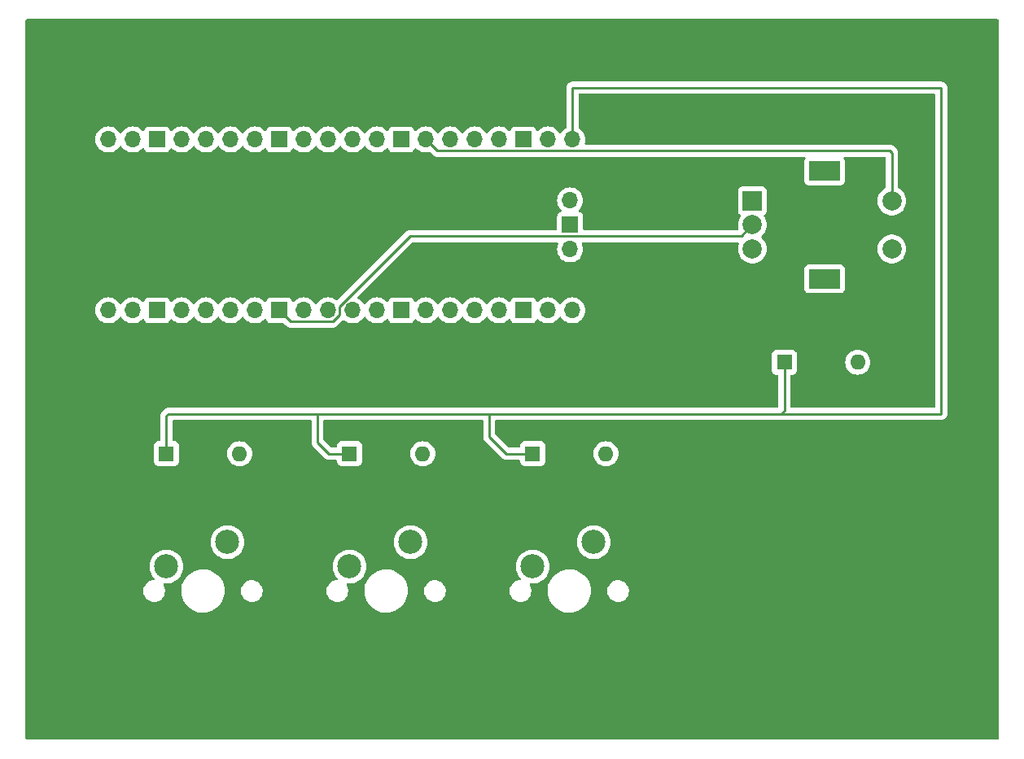
<source format=gbr>
%TF.GenerationSoftware,KiCad,Pcbnew,7.0.9*%
%TF.CreationDate,2024-01-23T15:09:08+05:30*%
%TF.ProjectId,3 Keypad,33204b65-7970-4616-942e-6b696361645f,rev?*%
%TF.SameCoordinates,Original*%
%TF.FileFunction,Copper,L2,Bot*%
%TF.FilePolarity,Positive*%
%FSLAX46Y46*%
G04 Gerber Fmt 4.6, Leading zero omitted, Abs format (unit mm)*
G04 Created by KiCad (PCBNEW 7.0.9) date 2024-01-23 15:09:08*
%MOMM*%
%LPD*%
G01*
G04 APERTURE LIST*
%TA.AperFunction,ComponentPad*%
%ADD10R,2.000000X2.000000*%
%TD*%
%TA.AperFunction,ComponentPad*%
%ADD11C,2.000000*%
%TD*%
%TA.AperFunction,ComponentPad*%
%ADD12R,3.200000X2.000000*%
%TD*%
%TA.AperFunction,ComponentPad*%
%ADD13R,1.600000X1.600000*%
%TD*%
%TA.AperFunction,ComponentPad*%
%ADD14O,1.600000X1.600000*%
%TD*%
%TA.AperFunction,ComponentPad*%
%ADD15C,2.500000*%
%TD*%
%TA.AperFunction,ComponentPad*%
%ADD16O,1.700000X1.700000*%
%TD*%
%TA.AperFunction,ComponentPad*%
%ADD17R,1.700000X1.700000*%
%TD*%
%TA.AperFunction,Conductor*%
%ADD18C,0.250000*%
%TD*%
G04 APERTURE END LIST*
D10*
%TO.P,SW1,A,A*%
%TO.N,A(GP4)*%
X193487873Y-66986268D03*
D11*
%TO.P,SW1,B,B*%
%TO.N,B(GP5)*%
X193487873Y-71986268D03*
%TO.P,SW1,C,C*%
%TO.N,C(GND)*%
X193487873Y-69486268D03*
D12*
%TO.P,SW1,MP*%
%TO.N,N/C*%
X200987873Y-63886268D03*
X200987873Y-75086268D03*
D11*
%TO.P,SW1,S1,S1*%
%TO.N,Net-(D4-A)*%
X207987873Y-71986268D03*
%TO.P,SW1,S2,S2*%
%TO.N,Col 3*%
X207987873Y-66986268D03*
%TD*%
D13*
%TO.P,D2,1,K*%
%TO.N,Row 0*%
X151577889Y-93298788D03*
D14*
%TO.P,D2,2,A*%
%TO.N,Net-(D2-A)*%
X159197889Y-93298788D03*
%TD*%
D13*
%TO.P,D1,1,K*%
%TO.N,Row 0*%
X132527873Y-93298788D03*
D14*
%TO.P,D1,2,A*%
%TO.N,Net-(D1-A)*%
X140147873Y-93298788D03*
%TD*%
D13*
%TO.P,D4,1,K*%
%TO.N,Row 0*%
X196821677Y-83773780D03*
D14*
%TO.P,D4,2,A*%
%TO.N,Net-(D4-A)*%
X204441677Y-83773780D03*
%TD*%
D15*
%TO.P,S2,1,1*%
%TO.N,Col 1*%
X151577873Y-105046268D03*
%TO.P,S2,2,2*%
%TO.N,Net-(D2-A)*%
X157927873Y-102506268D03*
%TD*%
%TO.P,S3,1,1*%
%TO.N,Col 2*%
X170627873Y-105046268D03*
%TO.P,S3,2,2*%
%TO.N,Net-(D3-A)*%
X176977873Y-102506268D03*
%TD*%
D16*
%TO.P,U1,1,GPIO0*%
%TO.N,unconnected-(U1-GPIO0-Pad1)*%
X126495373Y-78376268D03*
%TO.P,U1,2,GPIO1*%
%TO.N,unconnected-(U1-GPIO1-Pad2)*%
X129035373Y-78376268D03*
D17*
%TO.P,U1,3,GND*%
%TO.N,unconnected-(U1-GND-Pad3)*%
X131575373Y-78376268D03*
D16*
%TO.P,U1,4,GPIO2*%
%TO.N,unconnected-(U1-GPIO2-Pad4)*%
X134115373Y-78376268D03*
%TO.P,U1,5,GPIO3*%
%TO.N,unconnected-(U1-GPIO3-Pad5)*%
X136655373Y-78376268D03*
%TO.P,U1,6,GPIO4*%
%TO.N,A(GP4)*%
X139195373Y-78376268D03*
%TO.P,U1,7,GPIO5*%
%TO.N,B(GP5)*%
X141735373Y-78376268D03*
D17*
%TO.P,U1,8,GND*%
%TO.N,C(GND)*%
X144275373Y-78376268D03*
D16*
%TO.P,U1,9,GPIO6*%
%TO.N,unconnected-(U1-GPIO6-Pad9)*%
X146815373Y-78376268D03*
%TO.P,U1,10,GPIO7*%
%TO.N,unconnected-(U1-GPIO7-Pad10)*%
X149355373Y-78376268D03*
%TO.P,U1,11,GPIO8*%
%TO.N,unconnected-(U1-GPIO8-Pad11)*%
X151895373Y-78376268D03*
%TO.P,U1,12,GPIO9*%
%TO.N,unconnected-(U1-GPIO9-Pad12)*%
X154435373Y-78376268D03*
D17*
%TO.P,U1,13,GND*%
%TO.N,unconnected-(U1-GND-Pad13)*%
X156975373Y-78376268D03*
D16*
%TO.P,U1,14,GPIO10*%
%TO.N,unconnected-(U1-GPIO10-Pad14)*%
X159515373Y-78376268D03*
%TO.P,U1,15,GPIO11*%
%TO.N,unconnected-(U1-GPIO11-Pad15)*%
X162055373Y-78376268D03*
%TO.P,U1,16,GPIO12*%
%TO.N,unconnected-(U1-GPIO12-Pad16)*%
X164595373Y-78376268D03*
%TO.P,U1,17,GPIO13*%
%TO.N,unconnected-(U1-GPIO13-Pad17)*%
X167135373Y-78376268D03*
D17*
%TO.P,U1,18,GND*%
%TO.N,unconnected-(U1-GND-Pad18)*%
X169675373Y-78376268D03*
D16*
%TO.P,U1,19,GPIO14*%
%TO.N,unconnected-(U1-GPIO14-Pad19)*%
X172215373Y-78376268D03*
%TO.P,U1,20,GPIO15*%
%TO.N,unconnected-(U1-GPIO15-Pad20)*%
X174755373Y-78376268D03*
%TO.P,U1,21,GPIO16*%
%TO.N,Row 0*%
X174755373Y-60596268D03*
%TO.P,U1,22,GPIO17*%
%TO.N,unconnected-(U1-GPIO17-Pad22)*%
X172215373Y-60596268D03*
D17*
%TO.P,U1,23,GND*%
%TO.N,unconnected-(U1-GND-Pad23)*%
X169675373Y-60596268D03*
D16*
%TO.P,U1,24,GPIO18*%
%TO.N,Col 0*%
X167135373Y-60596268D03*
%TO.P,U1,25,GPIO19*%
%TO.N,Col 1*%
X164595373Y-60596268D03*
%TO.P,U1,26,GPIO20*%
%TO.N,Col 2*%
X162055373Y-60596268D03*
%TO.P,U1,27,GPIO21*%
%TO.N,Col 3*%
X159515373Y-60596268D03*
D17*
%TO.P,U1,28,GND*%
%TO.N,unconnected-(U1-GND-Pad28)*%
X156975373Y-60596268D03*
D16*
%TO.P,U1,29,GPIO22*%
%TO.N,unconnected-(U1-GPIO22-Pad29)*%
X154435373Y-60596268D03*
%TO.P,U1,30,RUN*%
%TO.N,unconnected-(U1-RUN-Pad30)*%
X151895373Y-60596268D03*
%TO.P,U1,31,GPIO26_ADC0*%
%TO.N,unconnected-(U1-GPIO26_ADC0-Pad31)*%
X149355373Y-60596268D03*
%TO.P,U1,32,GPIO27_ADC1*%
%TO.N,unconnected-(U1-GPIO27_ADC1-Pad32)*%
X146815373Y-60596268D03*
D17*
%TO.P,U1,33,AGND*%
%TO.N,unconnected-(U1-AGND-Pad33)*%
X144275373Y-60596268D03*
D16*
%TO.P,U1,34,GPIO28_ADC2*%
%TO.N,unconnected-(U1-GPIO28_ADC2-Pad34)*%
X141735373Y-60596268D03*
%TO.P,U1,35,ADC_VREF*%
%TO.N,unconnected-(U1-ADC_VREF-Pad35)*%
X139195373Y-60596268D03*
%TO.P,U1,36,3V3*%
%TO.N,unconnected-(U1-3V3-Pad36)*%
X136655373Y-60596268D03*
%TO.P,U1,37,3V3_EN*%
%TO.N,unconnected-(U1-3V3_EN-Pad37)*%
X134115373Y-60596268D03*
D17*
%TO.P,U1,38,GND*%
%TO.N,unconnected-(U1-GND-Pad38)*%
X131575373Y-60596268D03*
D16*
%TO.P,U1,39,VSYS*%
%TO.N,unconnected-(U1-VSYS-Pad39)*%
X129035373Y-60596268D03*
%TO.P,U1,40,VBUS*%
%TO.N,unconnected-(U1-VBUS-Pad40)*%
X126495373Y-60596268D03*
%TO.P,U1,41,SWCLK*%
%TO.N,unconnected-(U1-SWCLK-Pad41)*%
X174525373Y-72026268D03*
D17*
%TO.P,U1,42,GND*%
%TO.N,unconnected-(U1-GND-Pad42)*%
X174525373Y-69486268D03*
D16*
%TO.P,U1,43,SWDIO*%
%TO.N,unconnected-(U1-SWDIO-Pad43)*%
X174525373Y-66946268D03*
%TD*%
D15*
%TO.P,S1,1,1*%
%TO.N,Col 0*%
X132527873Y-105046268D03*
%TO.P,S1,2,2*%
%TO.N,Net-(D1-A)*%
X138877873Y-102506268D03*
%TD*%
D13*
%TO.P,D3,1,K*%
%TO.N,Row 0*%
X170627905Y-93298788D03*
D14*
%TO.P,D3,2,A*%
%TO.N,Net-(D3-A)*%
X178247905Y-93298788D03*
%TD*%
D18*
%TO.N,Row 0*%
X148244133Y-89131597D02*
X166103523Y-89131597D01*
X148244133Y-92108162D02*
X148244133Y-89131597D01*
X166103523Y-89131597D02*
X196464486Y-89131597D01*
X213133250Y-55198756D02*
X174755373Y-55198756D01*
X132527873Y-89369719D02*
X132765995Y-89131597D01*
X167889462Y-93298788D02*
X166103523Y-91512849D01*
X132527873Y-93298788D02*
X132527873Y-89369719D01*
X174755373Y-55198756D02*
X174755373Y-60596268D01*
X149434759Y-93298788D02*
X148244133Y-92108162D01*
X151577889Y-93298788D02*
X149434759Y-93298788D01*
X196821677Y-88774406D02*
X196464486Y-89131597D01*
X132765995Y-89131597D02*
X148244133Y-89131597D01*
X166103523Y-91512849D02*
X166103523Y-89131597D01*
X196821677Y-83773780D02*
X196821677Y-88774406D01*
X213133250Y-89131597D02*
X213133250Y-55198756D01*
X196464486Y-89131597D02*
X213133250Y-89131597D01*
X170627905Y-93298788D02*
X167889462Y-93298788D01*
%TO.N,C(GND)*%
X193487873Y-69486268D02*
X192312873Y-70661268D01*
X149842074Y-79551268D02*
X145450373Y-79551268D01*
X157853660Y-70661268D02*
X150530373Y-77984555D01*
X192312873Y-70661268D02*
X157853660Y-70661268D01*
X150530373Y-78862969D02*
X149842074Y-79551268D01*
X150530373Y-77984555D02*
X150530373Y-78862969D01*
X145450373Y-79551268D02*
X144275373Y-78376268D01*
%TO.N,Col 3*%
X207775433Y-61747199D02*
X207751364Y-61771268D01*
X207751364Y-61771268D02*
X160690373Y-61771268D01*
X207987873Y-61959639D02*
X207775433Y-61747199D01*
X160690373Y-61771268D02*
X159515373Y-60596268D01*
X207987873Y-66986268D02*
X207987873Y-61959639D01*
%TD*%
%TA.AperFunction,NonConductor*%
G36*
X219028919Y-48075185D02*
G01*
X219074674Y-48127989D01*
X219085880Y-48179500D01*
X219085880Y-122939937D01*
X219066195Y-123006976D01*
X219013391Y-123052731D01*
X218961880Y-123063937D01*
X118007670Y-123063937D01*
X117940631Y-123044252D01*
X117894876Y-122991448D01*
X117883670Y-122939937D01*
X117883670Y-107532470D01*
X130128533Y-107532470D01*
X130138760Y-107747169D01*
X130164392Y-107852825D01*
X130189436Y-107956058D01*
X130278727Y-108151578D01*
X130403407Y-108326667D01*
X130403408Y-108326668D01*
X130403413Y-108326674D01*
X130558967Y-108474993D01*
X130558969Y-108474994D01*
X130558970Y-108474995D01*
X130739793Y-108591203D01*
X130939341Y-108671090D01*
X131044871Y-108691429D01*
X131150400Y-108711768D01*
X131150401Y-108711768D01*
X131311485Y-108711768D01*
X131311491Y-108711768D01*
X131471844Y-108696456D01*
X131678082Y-108635899D01*
X131869132Y-108537406D01*
X132038090Y-108404536D01*
X132178849Y-108242092D01*
X132286321Y-108055945D01*
X132356623Y-107852822D01*
X132384110Y-107661641D01*
X134083596Y-107661641D01*
X134113754Y-107961428D01*
X134113755Y-107961430D01*
X134183601Y-108254520D01*
X134183606Y-108254534D01*
X134291893Y-108535695D01*
X134291897Y-108535704D01*
X134436698Y-108799933D01*
X134436702Y-108799939D01*
X134615424Y-109042502D01*
X134615427Y-109042506D01*
X134615434Y-109042513D01*
X134824892Y-109259091D01*
X135061351Y-109445821D01*
X135061353Y-109445822D01*
X135061358Y-109445826D01*
X135320603Y-109599377D01*
X135598001Y-109717004D01*
X135888602Y-109796608D01*
X136187220Y-109836768D01*
X136187224Y-109836768D01*
X136413125Y-109836768D01*
X136577037Y-109825794D01*
X136638507Y-109821680D01*
X136933776Y-109761664D01*
X137218410Y-109662828D01*
X137487332Y-109526936D01*
X137735742Y-109356412D01*
X137959206Y-109154300D01*
X138153738Y-108924207D01*
X138315866Y-108670238D01*
X138442696Y-108396926D01*
X138531966Y-108109147D01*
X138582082Y-107812038D01*
X138591429Y-107532470D01*
X140288533Y-107532470D01*
X140298760Y-107747169D01*
X140324392Y-107852825D01*
X140349436Y-107956058D01*
X140438727Y-108151578D01*
X140563407Y-108326667D01*
X140563408Y-108326668D01*
X140563413Y-108326674D01*
X140718967Y-108474993D01*
X140718969Y-108474994D01*
X140718970Y-108474995D01*
X140899793Y-108591203D01*
X141099341Y-108671090D01*
X141204871Y-108691429D01*
X141310400Y-108711768D01*
X141310401Y-108711768D01*
X141471485Y-108711768D01*
X141471491Y-108711768D01*
X141631844Y-108696456D01*
X141838082Y-108635899D01*
X142029132Y-108537406D01*
X142198090Y-108404536D01*
X142338849Y-108242092D01*
X142446321Y-108055945D01*
X142516623Y-107852822D01*
X142547212Y-107640065D01*
X142542087Y-107532470D01*
X149178533Y-107532470D01*
X149188760Y-107747169D01*
X149214392Y-107852825D01*
X149239436Y-107956058D01*
X149328727Y-108151578D01*
X149453407Y-108326667D01*
X149453408Y-108326668D01*
X149453413Y-108326674D01*
X149608967Y-108474993D01*
X149608969Y-108474994D01*
X149608970Y-108474995D01*
X149789793Y-108591203D01*
X149989341Y-108671090D01*
X150094871Y-108691429D01*
X150200400Y-108711768D01*
X150200401Y-108711768D01*
X150361485Y-108711768D01*
X150361491Y-108711768D01*
X150521844Y-108696456D01*
X150728082Y-108635899D01*
X150919132Y-108537406D01*
X151088090Y-108404536D01*
X151228849Y-108242092D01*
X151336321Y-108055945D01*
X151406623Y-107852822D01*
X151434110Y-107661641D01*
X153133596Y-107661641D01*
X153163754Y-107961428D01*
X153163755Y-107961430D01*
X153233601Y-108254520D01*
X153233606Y-108254534D01*
X153341893Y-108535695D01*
X153341897Y-108535704D01*
X153486698Y-108799933D01*
X153486702Y-108799939D01*
X153665424Y-109042502D01*
X153665427Y-109042506D01*
X153665434Y-109042513D01*
X153874892Y-109259091D01*
X154111351Y-109445821D01*
X154111353Y-109445822D01*
X154111358Y-109445826D01*
X154370603Y-109599377D01*
X154648001Y-109717004D01*
X154938602Y-109796608D01*
X155237220Y-109836768D01*
X155237224Y-109836768D01*
X155463125Y-109836768D01*
X155627037Y-109825794D01*
X155688507Y-109821680D01*
X155983776Y-109761664D01*
X156268410Y-109662828D01*
X156537332Y-109526936D01*
X156785742Y-109356412D01*
X157009206Y-109154300D01*
X157203738Y-108924207D01*
X157365866Y-108670238D01*
X157492696Y-108396926D01*
X157581966Y-108109147D01*
X157632082Y-107812038D01*
X157641429Y-107532470D01*
X159338533Y-107532470D01*
X159348760Y-107747169D01*
X159374392Y-107852825D01*
X159399436Y-107956058D01*
X159488727Y-108151578D01*
X159613407Y-108326667D01*
X159613408Y-108326668D01*
X159613413Y-108326674D01*
X159768967Y-108474993D01*
X159768969Y-108474994D01*
X159768970Y-108474995D01*
X159949793Y-108591203D01*
X160149341Y-108671090D01*
X160254871Y-108691429D01*
X160360400Y-108711768D01*
X160360401Y-108711768D01*
X160521485Y-108711768D01*
X160521491Y-108711768D01*
X160681844Y-108696456D01*
X160888082Y-108635899D01*
X161079132Y-108537406D01*
X161248090Y-108404536D01*
X161388849Y-108242092D01*
X161496321Y-108055945D01*
X161566623Y-107852822D01*
X161597212Y-107640065D01*
X161592087Y-107532470D01*
X168228533Y-107532470D01*
X168238760Y-107747169D01*
X168264392Y-107852825D01*
X168289436Y-107956058D01*
X168378727Y-108151578D01*
X168503407Y-108326667D01*
X168503408Y-108326668D01*
X168503413Y-108326674D01*
X168658967Y-108474993D01*
X168658969Y-108474994D01*
X168658970Y-108474995D01*
X168839793Y-108591203D01*
X169039341Y-108671090D01*
X169144871Y-108691429D01*
X169250400Y-108711768D01*
X169250401Y-108711768D01*
X169411485Y-108711768D01*
X169411491Y-108711768D01*
X169571844Y-108696456D01*
X169778082Y-108635899D01*
X169969132Y-108537406D01*
X170138090Y-108404536D01*
X170278849Y-108242092D01*
X170386321Y-108055945D01*
X170456623Y-107852822D01*
X170484110Y-107661641D01*
X172183596Y-107661641D01*
X172213754Y-107961428D01*
X172213755Y-107961430D01*
X172283601Y-108254520D01*
X172283606Y-108254534D01*
X172391893Y-108535695D01*
X172391897Y-108535704D01*
X172536698Y-108799933D01*
X172536702Y-108799939D01*
X172715424Y-109042502D01*
X172715427Y-109042506D01*
X172715434Y-109042513D01*
X172924892Y-109259091D01*
X173161351Y-109445821D01*
X173161353Y-109445822D01*
X173161358Y-109445826D01*
X173420603Y-109599377D01*
X173698001Y-109717004D01*
X173988602Y-109796608D01*
X174287220Y-109836768D01*
X174287224Y-109836768D01*
X174513125Y-109836768D01*
X174677037Y-109825794D01*
X174738507Y-109821680D01*
X175033776Y-109761664D01*
X175318410Y-109662828D01*
X175587332Y-109526936D01*
X175835742Y-109356412D01*
X176059206Y-109154300D01*
X176253738Y-108924207D01*
X176415866Y-108670238D01*
X176542696Y-108396926D01*
X176631966Y-108109147D01*
X176682082Y-107812038D01*
X176691429Y-107532470D01*
X178388533Y-107532470D01*
X178398760Y-107747169D01*
X178424392Y-107852825D01*
X178449436Y-107956058D01*
X178538727Y-108151578D01*
X178663407Y-108326667D01*
X178663408Y-108326668D01*
X178663413Y-108326674D01*
X178818967Y-108474993D01*
X178818969Y-108474994D01*
X178818970Y-108474995D01*
X178999793Y-108591203D01*
X179199341Y-108671090D01*
X179304871Y-108691429D01*
X179410400Y-108711768D01*
X179410401Y-108711768D01*
X179571485Y-108711768D01*
X179571491Y-108711768D01*
X179731844Y-108696456D01*
X179938082Y-108635899D01*
X180129132Y-108537406D01*
X180298090Y-108404536D01*
X180438849Y-108242092D01*
X180546321Y-108055945D01*
X180616623Y-107852822D01*
X180647212Y-107640065D01*
X180636985Y-107425364D01*
X180586310Y-107216478D01*
X180497019Y-107020958D01*
X180372339Y-106845869D01*
X180372337Y-106845867D01*
X180372332Y-106845861D01*
X180216778Y-106697542D01*
X180035953Y-106581333D01*
X179836403Y-106501445D01*
X179625346Y-106460768D01*
X179625345Y-106460768D01*
X179464255Y-106460768D01*
X179303923Y-106476078D01*
X179303902Y-106476080D01*
X179303898Y-106476081D01*
X179097666Y-106536636D01*
X178906609Y-106635132D01*
X178737658Y-106767997D01*
X178737655Y-106768001D01*
X178596894Y-106930446D01*
X178489426Y-107116587D01*
X178419124Y-107319710D01*
X178419123Y-107319712D01*
X178388534Y-107532468D01*
X178388533Y-107532470D01*
X176691429Y-107532470D01*
X176692150Y-107510899D01*
X176661991Y-107211106D01*
X176592142Y-106918007D01*
X176483850Y-106636834D01*
X176339048Y-106372603D01*
X176160319Y-106130030D01*
X175950853Y-105913444D01*
X175827615Y-105816124D01*
X175714394Y-105726714D01*
X175714390Y-105726711D01*
X175714388Y-105726710D01*
X175455143Y-105573159D01*
X175177745Y-105455532D01*
X175177736Y-105455529D01*
X174887145Y-105375928D01*
X174812489Y-105365888D01*
X174588526Y-105335768D01*
X174362629Y-105335768D01*
X174362621Y-105335768D01*
X174137241Y-105350855D01*
X174137232Y-105350857D01*
X173841967Y-105410872D01*
X173557337Y-105509707D01*
X173557332Y-105509709D01*
X173288419Y-105645596D01*
X173039998Y-105816128D01*
X172816538Y-106018237D01*
X172622005Y-106248332D01*
X172459879Y-106502298D01*
X172459878Y-106502300D01*
X172369277Y-106697542D01*
X172333050Y-106775610D01*
X172326487Y-106796767D01*
X172243780Y-107063386D01*
X172234806Y-107116591D01*
X172193664Y-107360498D01*
X172187915Y-107532470D01*
X172183596Y-107661641D01*
X170484110Y-107661641D01*
X170487212Y-107640065D01*
X170476985Y-107425364D01*
X170426310Y-107216478D01*
X170337019Y-107020958D01*
X170308537Y-106980960D01*
X170285684Y-106914933D01*
X170302157Y-106847033D01*
X170352724Y-106798817D01*
X170421331Y-106785594D01*
X170428013Y-106786416D01*
X170496691Y-106796768D01*
X170759055Y-106796768D01*
X171018488Y-106757664D01*
X171269196Y-106680331D01*
X171505577Y-106566496D01*
X171722352Y-106418701D01*
X171914678Y-106240249D01*
X172078259Y-106035125D01*
X172209441Y-105807911D01*
X172305293Y-105563684D01*
X172363675Y-105307898D01*
X172383281Y-105046268D01*
X172363675Y-104784638D01*
X172305293Y-104528852D01*
X172209441Y-104284625D01*
X172078259Y-104057411D01*
X171914678Y-103852287D01*
X171914677Y-103852286D01*
X171914674Y-103852282D01*
X171722352Y-103673835D01*
X171505577Y-103526040D01*
X171505573Y-103526038D01*
X171505570Y-103526036D01*
X171505569Y-103526035D01*
X171269198Y-103412206D01*
X171269200Y-103412206D01*
X171018496Y-103334874D01*
X171018492Y-103334873D01*
X171018488Y-103334872D01*
X170893696Y-103316062D01*
X170759060Y-103295768D01*
X170759055Y-103295768D01*
X170496691Y-103295768D01*
X170496685Y-103295768D01*
X170335120Y-103320121D01*
X170237258Y-103334872D01*
X170237255Y-103334873D01*
X170237249Y-103334874D01*
X169986546Y-103412206D01*
X169750176Y-103526035D01*
X169750175Y-103526036D01*
X169533393Y-103673835D01*
X169341071Y-103852282D01*
X169177487Y-104057411D01*
X169046305Y-104284624D01*
X168950455Y-104528846D01*
X168950449Y-104528865D01*
X168892070Y-104784642D01*
X168892069Y-104784647D01*
X168872465Y-105046263D01*
X168872465Y-105046272D01*
X168892069Y-105307888D01*
X168892070Y-105307893D01*
X168950449Y-105563670D01*
X168950451Y-105563679D01*
X168950453Y-105563684D01*
X169046305Y-105807911D01*
X169177487Y-106035125D01*
X169341068Y-106240249D01*
X169341070Y-106240251D01*
X169341071Y-106240252D01*
X169350442Y-106248947D01*
X169386197Y-106308975D01*
X169383823Y-106378804D01*
X169344073Y-106436265D01*
X169279568Y-106463114D01*
X169277889Y-106463285D01*
X169143912Y-106476078D01*
X169143903Y-106476079D01*
X169143902Y-106476080D01*
X169143900Y-106476080D01*
X169143898Y-106476081D01*
X168937666Y-106536636D01*
X168746609Y-106635132D01*
X168577658Y-106767997D01*
X168577655Y-106768001D01*
X168436894Y-106930446D01*
X168329426Y-107116587D01*
X168259124Y-107319710D01*
X168259123Y-107319712D01*
X168228534Y-107532468D01*
X168228533Y-107532470D01*
X161592087Y-107532470D01*
X161586985Y-107425364D01*
X161536310Y-107216478D01*
X161447019Y-107020958D01*
X161322339Y-106845869D01*
X161322337Y-106845867D01*
X161322332Y-106845861D01*
X161166778Y-106697542D01*
X160985953Y-106581333D01*
X160786403Y-106501445D01*
X160575346Y-106460768D01*
X160575345Y-106460768D01*
X160414255Y-106460768D01*
X160253923Y-106476078D01*
X160253902Y-106476080D01*
X160253898Y-106476081D01*
X160047666Y-106536636D01*
X159856609Y-106635132D01*
X159687658Y-106767997D01*
X159687655Y-106768001D01*
X159546894Y-106930446D01*
X159439426Y-107116587D01*
X159369124Y-107319710D01*
X159369123Y-107319712D01*
X159338534Y-107532468D01*
X159338533Y-107532470D01*
X157641429Y-107532470D01*
X157642150Y-107510899D01*
X157611991Y-107211106D01*
X157542142Y-106918007D01*
X157433850Y-106636834D01*
X157289048Y-106372603D01*
X157110319Y-106130030D01*
X156900853Y-105913444D01*
X156777615Y-105816124D01*
X156664394Y-105726714D01*
X156664390Y-105726711D01*
X156664388Y-105726710D01*
X156405143Y-105573159D01*
X156127745Y-105455532D01*
X156127736Y-105455529D01*
X155837145Y-105375928D01*
X155762489Y-105365888D01*
X155538526Y-105335768D01*
X155312629Y-105335768D01*
X155312621Y-105335768D01*
X155087241Y-105350855D01*
X155087232Y-105350857D01*
X154791967Y-105410872D01*
X154507337Y-105509707D01*
X154507332Y-105509709D01*
X154238419Y-105645596D01*
X153989998Y-105816128D01*
X153766538Y-106018237D01*
X153572005Y-106248332D01*
X153409879Y-106502298D01*
X153409878Y-106502300D01*
X153319277Y-106697542D01*
X153283050Y-106775610D01*
X153276487Y-106796767D01*
X153193780Y-107063386D01*
X153184806Y-107116591D01*
X153143664Y-107360498D01*
X153137915Y-107532470D01*
X153133596Y-107661641D01*
X151434110Y-107661641D01*
X151437212Y-107640065D01*
X151426985Y-107425364D01*
X151376310Y-107216478D01*
X151287019Y-107020958D01*
X151258537Y-106980960D01*
X151235684Y-106914933D01*
X151252157Y-106847033D01*
X151302724Y-106798817D01*
X151371331Y-106785594D01*
X151378013Y-106786416D01*
X151446691Y-106796768D01*
X151709055Y-106796768D01*
X151968488Y-106757664D01*
X152219196Y-106680331D01*
X152455577Y-106566496D01*
X152672352Y-106418701D01*
X152864678Y-106240249D01*
X153028259Y-106035125D01*
X153159441Y-105807911D01*
X153255293Y-105563684D01*
X153313675Y-105307898D01*
X153333281Y-105046268D01*
X153313675Y-104784638D01*
X153255293Y-104528852D01*
X153159441Y-104284625D01*
X153028259Y-104057411D01*
X152864678Y-103852287D01*
X152864677Y-103852286D01*
X152864674Y-103852282D01*
X152672352Y-103673835D01*
X152455577Y-103526040D01*
X152455573Y-103526038D01*
X152455570Y-103526036D01*
X152455569Y-103526035D01*
X152219198Y-103412206D01*
X152219200Y-103412206D01*
X151968496Y-103334874D01*
X151968492Y-103334873D01*
X151968488Y-103334872D01*
X151843696Y-103316062D01*
X151709060Y-103295768D01*
X151709055Y-103295768D01*
X151446691Y-103295768D01*
X151446685Y-103295768D01*
X151285120Y-103320121D01*
X151187258Y-103334872D01*
X151187255Y-103334873D01*
X151187249Y-103334874D01*
X150936546Y-103412206D01*
X150700176Y-103526035D01*
X150700175Y-103526036D01*
X150483393Y-103673835D01*
X150291071Y-103852282D01*
X150127487Y-104057411D01*
X149996305Y-104284624D01*
X149900455Y-104528846D01*
X149900449Y-104528865D01*
X149842070Y-104784642D01*
X149842069Y-104784647D01*
X149822465Y-105046263D01*
X149822465Y-105046272D01*
X149842069Y-105307888D01*
X149842070Y-105307893D01*
X149900449Y-105563670D01*
X149900451Y-105563679D01*
X149900453Y-105563684D01*
X149996305Y-105807911D01*
X150127487Y-106035125D01*
X150291068Y-106240249D01*
X150291070Y-106240251D01*
X150291071Y-106240252D01*
X150300442Y-106248947D01*
X150336197Y-106308975D01*
X150333823Y-106378804D01*
X150294073Y-106436265D01*
X150229568Y-106463114D01*
X150227889Y-106463285D01*
X150093912Y-106476078D01*
X150093903Y-106476079D01*
X150093902Y-106476080D01*
X150093900Y-106476080D01*
X150093898Y-106476081D01*
X149887666Y-106536636D01*
X149696609Y-106635132D01*
X149527658Y-106767997D01*
X149527655Y-106768001D01*
X149386894Y-106930446D01*
X149279426Y-107116587D01*
X149209124Y-107319710D01*
X149209123Y-107319712D01*
X149178534Y-107532468D01*
X149178533Y-107532470D01*
X142542087Y-107532470D01*
X142536985Y-107425364D01*
X142486310Y-107216478D01*
X142397019Y-107020958D01*
X142272339Y-106845869D01*
X142272337Y-106845867D01*
X142272332Y-106845861D01*
X142116778Y-106697542D01*
X141935953Y-106581333D01*
X141736403Y-106501445D01*
X141525346Y-106460768D01*
X141525345Y-106460768D01*
X141364255Y-106460768D01*
X141203923Y-106476078D01*
X141203902Y-106476080D01*
X141203898Y-106476081D01*
X140997666Y-106536636D01*
X140806609Y-106635132D01*
X140637658Y-106767997D01*
X140637655Y-106768001D01*
X140496894Y-106930446D01*
X140389426Y-107116587D01*
X140319124Y-107319710D01*
X140319123Y-107319712D01*
X140288534Y-107532468D01*
X140288533Y-107532470D01*
X138591429Y-107532470D01*
X138592150Y-107510899D01*
X138561991Y-107211106D01*
X138492142Y-106918007D01*
X138383850Y-106636834D01*
X138239048Y-106372603D01*
X138060319Y-106130030D01*
X137850853Y-105913444D01*
X137727615Y-105816124D01*
X137614394Y-105726714D01*
X137614390Y-105726711D01*
X137614388Y-105726710D01*
X137355143Y-105573159D01*
X137077745Y-105455532D01*
X137077736Y-105455529D01*
X136787145Y-105375928D01*
X136712489Y-105365888D01*
X136488526Y-105335768D01*
X136262629Y-105335768D01*
X136262621Y-105335768D01*
X136037241Y-105350855D01*
X136037232Y-105350857D01*
X135741967Y-105410872D01*
X135457337Y-105509707D01*
X135457332Y-105509709D01*
X135188419Y-105645596D01*
X134939998Y-105816128D01*
X134716538Y-106018237D01*
X134522005Y-106248332D01*
X134359879Y-106502298D01*
X134359878Y-106502300D01*
X134269277Y-106697542D01*
X134233050Y-106775610D01*
X134226487Y-106796767D01*
X134143780Y-107063386D01*
X134134806Y-107116591D01*
X134093664Y-107360498D01*
X134087915Y-107532470D01*
X134083596Y-107661641D01*
X132384110Y-107661641D01*
X132387212Y-107640065D01*
X132376985Y-107425364D01*
X132326310Y-107216478D01*
X132237019Y-107020958D01*
X132208537Y-106980960D01*
X132185684Y-106914933D01*
X132202157Y-106847033D01*
X132252724Y-106798817D01*
X132321331Y-106785594D01*
X132328013Y-106786416D01*
X132396691Y-106796768D01*
X132659055Y-106796768D01*
X132918488Y-106757664D01*
X133169196Y-106680331D01*
X133405577Y-106566496D01*
X133622352Y-106418701D01*
X133814678Y-106240249D01*
X133978259Y-106035125D01*
X134109441Y-105807911D01*
X134205293Y-105563684D01*
X134263675Y-105307898D01*
X134283281Y-105046268D01*
X134263675Y-104784638D01*
X134205293Y-104528852D01*
X134109441Y-104284625D01*
X133978259Y-104057411D01*
X133814678Y-103852287D01*
X133814677Y-103852286D01*
X133814674Y-103852282D01*
X133622352Y-103673835D01*
X133405577Y-103526040D01*
X133405573Y-103526038D01*
X133405570Y-103526036D01*
X133405569Y-103526035D01*
X133169198Y-103412206D01*
X133169200Y-103412206D01*
X132918496Y-103334874D01*
X132918492Y-103334873D01*
X132918488Y-103334872D01*
X132793696Y-103316062D01*
X132659060Y-103295768D01*
X132659055Y-103295768D01*
X132396691Y-103295768D01*
X132396685Y-103295768D01*
X132235120Y-103320121D01*
X132137258Y-103334872D01*
X132137255Y-103334873D01*
X132137249Y-103334874D01*
X131886546Y-103412206D01*
X131650176Y-103526035D01*
X131650175Y-103526036D01*
X131433393Y-103673835D01*
X131241071Y-103852282D01*
X131077487Y-104057411D01*
X130946305Y-104284624D01*
X130850455Y-104528846D01*
X130850449Y-104528865D01*
X130792070Y-104784642D01*
X130792069Y-104784647D01*
X130772465Y-105046263D01*
X130772465Y-105046272D01*
X130792069Y-105307888D01*
X130792070Y-105307893D01*
X130850449Y-105563670D01*
X130850451Y-105563679D01*
X130850453Y-105563684D01*
X130946305Y-105807911D01*
X131077487Y-106035125D01*
X131241068Y-106240249D01*
X131241070Y-106240251D01*
X131241071Y-106240252D01*
X131250442Y-106248947D01*
X131286197Y-106308975D01*
X131283823Y-106378804D01*
X131244073Y-106436265D01*
X131179568Y-106463114D01*
X131177889Y-106463285D01*
X131043912Y-106476078D01*
X131043903Y-106476079D01*
X131043902Y-106476080D01*
X131043900Y-106476080D01*
X131043898Y-106476081D01*
X130837666Y-106536636D01*
X130646609Y-106635132D01*
X130477658Y-106767997D01*
X130477655Y-106768001D01*
X130336894Y-106930446D01*
X130229426Y-107116587D01*
X130159124Y-107319710D01*
X130159123Y-107319712D01*
X130128534Y-107532468D01*
X130128533Y-107532470D01*
X117883670Y-107532470D01*
X117883670Y-102506272D01*
X137122465Y-102506272D01*
X137142069Y-102767888D01*
X137142070Y-102767893D01*
X137200449Y-103023670D01*
X137200451Y-103023679D01*
X137200453Y-103023684D01*
X137296305Y-103267911D01*
X137427487Y-103495125D01*
X137559609Y-103660801D01*
X137591071Y-103700253D01*
X137754921Y-103852282D01*
X137783394Y-103878701D01*
X138000169Y-104026496D01*
X138000174Y-104026498D01*
X138000175Y-104026499D01*
X138000176Y-104026500D01*
X138125716Y-104086956D01*
X138236546Y-104140329D01*
X138236547Y-104140329D01*
X138236550Y-104140331D01*
X138487258Y-104217664D01*
X138746691Y-104256768D01*
X139009055Y-104256768D01*
X139268488Y-104217664D01*
X139519196Y-104140331D01*
X139755577Y-104026496D01*
X139972352Y-103878701D01*
X140164678Y-103700249D01*
X140328259Y-103495125D01*
X140459441Y-103267911D01*
X140555293Y-103023684D01*
X140613675Y-102767898D01*
X140633281Y-102506272D01*
X156172465Y-102506272D01*
X156192069Y-102767888D01*
X156192070Y-102767893D01*
X156250449Y-103023670D01*
X156250451Y-103023679D01*
X156250453Y-103023684D01*
X156346305Y-103267911D01*
X156477487Y-103495125D01*
X156609609Y-103660801D01*
X156641071Y-103700253D01*
X156804921Y-103852282D01*
X156833394Y-103878701D01*
X157050169Y-104026496D01*
X157050174Y-104026498D01*
X157050175Y-104026499D01*
X157050176Y-104026500D01*
X157175716Y-104086956D01*
X157286546Y-104140329D01*
X157286547Y-104140329D01*
X157286550Y-104140331D01*
X157537258Y-104217664D01*
X157796691Y-104256768D01*
X158059055Y-104256768D01*
X158318488Y-104217664D01*
X158569196Y-104140331D01*
X158805577Y-104026496D01*
X159022352Y-103878701D01*
X159214678Y-103700249D01*
X159378259Y-103495125D01*
X159509441Y-103267911D01*
X159605293Y-103023684D01*
X159663675Y-102767898D01*
X159683281Y-102506272D01*
X175222465Y-102506272D01*
X175242069Y-102767888D01*
X175242070Y-102767893D01*
X175300449Y-103023670D01*
X175300451Y-103023679D01*
X175300453Y-103023684D01*
X175396305Y-103267911D01*
X175527487Y-103495125D01*
X175659609Y-103660801D01*
X175691071Y-103700253D01*
X175854921Y-103852282D01*
X175883394Y-103878701D01*
X176100169Y-104026496D01*
X176100174Y-104026498D01*
X176100175Y-104026499D01*
X176100176Y-104026500D01*
X176225716Y-104086956D01*
X176336546Y-104140329D01*
X176336547Y-104140329D01*
X176336550Y-104140331D01*
X176587258Y-104217664D01*
X176846691Y-104256768D01*
X177109055Y-104256768D01*
X177368488Y-104217664D01*
X177619196Y-104140331D01*
X177855577Y-104026496D01*
X178072352Y-103878701D01*
X178264678Y-103700249D01*
X178428259Y-103495125D01*
X178559441Y-103267911D01*
X178655293Y-103023684D01*
X178713675Y-102767898D01*
X178733281Y-102506268D01*
X178713675Y-102244638D01*
X178655293Y-101988852D01*
X178559441Y-101744625D01*
X178428259Y-101517411D01*
X178264678Y-101312287D01*
X178264677Y-101312286D01*
X178264674Y-101312282D01*
X178072352Y-101133835D01*
X177855577Y-100986040D01*
X177855573Y-100986038D01*
X177855570Y-100986036D01*
X177855569Y-100986035D01*
X177619198Y-100872206D01*
X177619200Y-100872206D01*
X177368496Y-100794874D01*
X177368492Y-100794873D01*
X177368488Y-100794872D01*
X177243696Y-100776062D01*
X177109060Y-100755768D01*
X177109055Y-100755768D01*
X176846691Y-100755768D01*
X176846685Y-100755768D01*
X176685120Y-100780121D01*
X176587258Y-100794872D01*
X176587255Y-100794873D01*
X176587249Y-100794874D01*
X176336546Y-100872206D01*
X176100176Y-100986035D01*
X176100175Y-100986036D01*
X175883393Y-101133835D01*
X175691071Y-101312282D01*
X175527487Y-101517411D01*
X175396305Y-101744624D01*
X175300455Y-101988846D01*
X175300449Y-101988865D01*
X175242070Y-102244642D01*
X175242069Y-102244647D01*
X175222465Y-102506263D01*
X175222465Y-102506272D01*
X159683281Y-102506272D01*
X159683281Y-102506268D01*
X159663675Y-102244638D01*
X159605293Y-101988852D01*
X159509441Y-101744625D01*
X159378259Y-101517411D01*
X159214678Y-101312287D01*
X159214677Y-101312286D01*
X159214674Y-101312282D01*
X159022352Y-101133835D01*
X158805577Y-100986040D01*
X158805573Y-100986038D01*
X158805570Y-100986036D01*
X158805569Y-100986035D01*
X158569198Y-100872206D01*
X158569200Y-100872206D01*
X158318496Y-100794874D01*
X158318492Y-100794873D01*
X158318488Y-100794872D01*
X158193696Y-100776062D01*
X158059060Y-100755768D01*
X158059055Y-100755768D01*
X157796691Y-100755768D01*
X157796685Y-100755768D01*
X157635120Y-100780121D01*
X157537258Y-100794872D01*
X157537255Y-100794873D01*
X157537249Y-100794874D01*
X157286546Y-100872206D01*
X157050176Y-100986035D01*
X157050175Y-100986036D01*
X156833393Y-101133835D01*
X156641071Y-101312282D01*
X156477487Y-101517411D01*
X156346305Y-101744624D01*
X156250455Y-101988846D01*
X156250449Y-101988865D01*
X156192070Y-102244642D01*
X156192069Y-102244647D01*
X156172465Y-102506263D01*
X156172465Y-102506272D01*
X140633281Y-102506272D01*
X140633281Y-102506268D01*
X140613675Y-102244638D01*
X140555293Y-101988852D01*
X140459441Y-101744625D01*
X140328259Y-101517411D01*
X140164678Y-101312287D01*
X140164677Y-101312286D01*
X140164674Y-101312282D01*
X139972352Y-101133835D01*
X139755577Y-100986040D01*
X139755573Y-100986038D01*
X139755570Y-100986036D01*
X139755569Y-100986035D01*
X139519198Y-100872206D01*
X139519200Y-100872206D01*
X139268496Y-100794874D01*
X139268492Y-100794873D01*
X139268488Y-100794872D01*
X139143696Y-100776062D01*
X139009060Y-100755768D01*
X139009055Y-100755768D01*
X138746691Y-100755768D01*
X138746685Y-100755768D01*
X138585120Y-100780121D01*
X138487258Y-100794872D01*
X138487255Y-100794873D01*
X138487249Y-100794874D01*
X138236546Y-100872206D01*
X138000176Y-100986035D01*
X138000175Y-100986036D01*
X137783393Y-101133835D01*
X137591071Y-101312282D01*
X137427487Y-101517411D01*
X137296305Y-101744624D01*
X137200455Y-101988846D01*
X137200449Y-101988865D01*
X137142070Y-102244642D01*
X137142069Y-102244647D01*
X137122465Y-102506263D01*
X137122465Y-102506272D01*
X117883670Y-102506272D01*
X117883670Y-78376268D01*
X125139714Y-78376268D01*
X125160309Y-78611671D01*
X125160311Y-78611681D01*
X125221467Y-78839923D01*
X125221469Y-78839927D01*
X125221470Y-78839931D01*
X125225373Y-78848300D01*
X125321338Y-79054098D01*
X125321340Y-79054102D01*
X125429654Y-79208789D01*
X125456878Y-79247669D01*
X125623972Y-79414763D01*
X125720757Y-79482533D01*
X125817538Y-79550300D01*
X125817540Y-79550301D01*
X125817543Y-79550303D01*
X126031710Y-79650171D01*
X126259965Y-79711331D01*
X126436407Y-79726768D01*
X126495372Y-79731927D01*
X126495373Y-79731927D01*
X126495374Y-79731927D01*
X126554339Y-79726768D01*
X126730781Y-79711331D01*
X126959036Y-79650171D01*
X127173203Y-79550303D01*
X127366774Y-79414763D01*
X127533868Y-79247669D01*
X127663798Y-79062110D01*
X127718375Y-79018485D01*
X127787873Y-79011291D01*
X127850228Y-79042814D01*
X127866948Y-79062110D01*
X127996873Y-79247663D01*
X127996878Y-79247669D01*
X128163972Y-79414763D01*
X128260757Y-79482533D01*
X128357538Y-79550300D01*
X128357540Y-79550301D01*
X128357543Y-79550303D01*
X128571710Y-79650171D01*
X128799965Y-79711331D01*
X128976407Y-79726768D01*
X129035372Y-79731927D01*
X129035373Y-79731927D01*
X129035374Y-79731927D01*
X129094339Y-79726768D01*
X129270781Y-79711331D01*
X129499036Y-79650171D01*
X129713203Y-79550303D01*
X129906774Y-79414763D01*
X130028702Y-79292834D01*
X130090021Y-79259352D01*
X130159713Y-79264336D01*
X130215647Y-79306207D01*
X130232562Y-79337185D01*
X130281575Y-79468596D01*
X130281579Y-79468603D01*
X130367825Y-79583812D01*
X130367828Y-79583815D01*
X130483037Y-79670061D01*
X130483044Y-79670065D01*
X130617890Y-79720359D01*
X130617889Y-79720359D01*
X130624817Y-79721103D01*
X130677500Y-79726768D01*
X132473245Y-79726767D01*
X132532856Y-79720359D01*
X132667704Y-79670064D01*
X132782919Y-79583814D01*
X132869169Y-79468599D01*
X132918183Y-79337184D01*
X132960054Y-79281252D01*
X133025518Y-79256834D01*
X133093791Y-79271685D01*
X133122046Y-79292837D01*
X133243972Y-79414763D01*
X133340757Y-79482533D01*
X133437538Y-79550300D01*
X133437540Y-79550301D01*
X133437543Y-79550303D01*
X133651710Y-79650171D01*
X133879965Y-79711331D01*
X134056407Y-79726768D01*
X134115372Y-79731927D01*
X134115373Y-79731927D01*
X134115374Y-79731927D01*
X134174339Y-79726768D01*
X134350781Y-79711331D01*
X134579036Y-79650171D01*
X134793203Y-79550303D01*
X134986774Y-79414763D01*
X135153868Y-79247669D01*
X135283798Y-79062110D01*
X135338375Y-79018485D01*
X135407873Y-79011291D01*
X135470228Y-79042814D01*
X135486948Y-79062110D01*
X135616873Y-79247663D01*
X135616878Y-79247669D01*
X135783972Y-79414763D01*
X135880757Y-79482533D01*
X135977538Y-79550300D01*
X135977540Y-79550301D01*
X135977543Y-79550303D01*
X136191710Y-79650171D01*
X136419965Y-79711331D01*
X136596407Y-79726768D01*
X136655372Y-79731927D01*
X136655373Y-79731927D01*
X136655374Y-79731927D01*
X136714339Y-79726768D01*
X136890781Y-79711331D01*
X137119036Y-79650171D01*
X137333203Y-79550303D01*
X137526774Y-79414763D01*
X137693868Y-79247669D01*
X137823798Y-79062110D01*
X137878375Y-79018485D01*
X137947873Y-79011291D01*
X138010228Y-79042814D01*
X138026948Y-79062110D01*
X138156873Y-79247663D01*
X138156878Y-79247669D01*
X138323972Y-79414763D01*
X138420757Y-79482533D01*
X138517538Y-79550300D01*
X138517540Y-79550301D01*
X138517543Y-79550303D01*
X138731710Y-79650171D01*
X138959965Y-79711331D01*
X139136407Y-79726768D01*
X139195372Y-79731927D01*
X139195373Y-79731927D01*
X139195374Y-79731927D01*
X139254339Y-79726768D01*
X139430781Y-79711331D01*
X139659036Y-79650171D01*
X139873203Y-79550303D01*
X140066774Y-79414763D01*
X140233868Y-79247669D01*
X140363798Y-79062110D01*
X140418375Y-79018485D01*
X140487873Y-79011291D01*
X140550228Y-79042814D01*
X140566948Y-79062110D01*
X140696873Y-79247663D01*
X140696878Y-79247669D01*
X140863972Y-79414763D01*
X140960757Y-79482533D01*
X141057538Y-79550300D01*
X141057540Y-79550301D01*
X141057543Y-79550303D01*
X141271710Y-79650171D01*
X141499965Y-79711331D01*
X141676407Y-79726768D01*
X141735372Y-79731927D01*
X141735373Y-79731927D01*
X141735374Y-79731927D01*
X141794339Y-79726768D01*
X141970781Y-79711331D01*
X142199036Y-79650171D01*
X142413203Y-79550303D01*
X142606774Y-79414763D01*
X142728702Y-79292834D01*
X142790021Y-79259352D01*
X142859713Y-79264336D01*
X142915647Y-79306207D01*
X142932562Y-79337185D01*
X142981575Y-79468596D01*
X142981579Y-79468603D01*
X143067825Y-79583812D01*
X143067828Y-79583815D01*
X143183037Y-79670061D01*
X143183044Y-79670065D01*
X143317890Y-79720359D01*
X143317889Y-79720359D01*
X143324817Y-79721103D01*
X143377500Y-79726768D01*
X144689919Y-79726767D01*
X144756958Y-79746452D01*
X144777600Y-79763086D01*
X144949570Y-79935056D01*
X144959395Y-79947319D01*
X144959616Y-79947137D01*
X144964587Y-79953146D01*
X144985416Y-79972705D01*
X145015008Y-80000494D01*
X145035902Y-80021388D01*
X145041384Y-80025641D01*
X145045816Y-80029425D01*
X145079791Y-80061330D01*
X145097349Y-80070982D01*
X145113606Y-80081661D01*
X145129437Y-80093941D01*
X145149110Y-80102454D01*
X145172206Y-80112450D01*
X145177450Y-80115018D01*
X145218281Y-80137465D01*
X145230896Y-80140703D01*
X145237678Y-80142445D01*
X145256092Y-80148749D01*
X145274477Y-80156706D01*
X145320530Y-80164000D01*
X145326199Y-80165174D01*
X145371354Y-80176768D01*
X145391389Y-80176768D01*
X145410786Y-80178294D01*
X145430569Y-80181428D01*
X145476957Y-80177043D01*
X145482795Y-80176768D01*
X149759331Y-80176768D01*
X149774951Y-80178492D01*
X149774978Y-80178207D01*
X149782734Y-80178939D01*
X149782741Y-80178941D01*
X149851888Y-80176768D01*
X149881424Y-80176768D01*
X149888302Y-80175898D01*
X149894115Y-80175440D01*
X149940701Y-80173977D01*
X149959943Y-80168385D01*
X149978986Y-80164442D01*
X149998866Y-80161932D01*
X150042196Y-80144775D01*
X150047720Y-80142885D01*
X150051470Y-80141795D01*
X150092464Y-80129886D01*
X150109703Y-80119690D01*
X150127177Y-80111130D01*
X150145801Y-80103756D01*
X150145801Y-80103755D01*
X150145806Y-80103754D01*
X150183523Y-80076350D01*
X150188379Y-80073160D01*
X150228494Y-80049438D01*
X150242663Y-80035267D01*
X150257453Y-80022636D01*
X150273661Y-80010862D01*
X150303373Y-79974944D01*
X150307286Y-79970644D01*
X150856192Y-79421738D01*
X150917513Y-79388255D01*
X150987205Y-79393239D01*
X151019328Y-79411956D01*
X151019537Y-79411658D01*
X151023106Y-79414157D01*
X151023576Y-79414431D01*
X151023973Y-79414764D01*
X151217538Y-79550300D01*
X151217540Y-79550301D01*
X151217543Y-79550303D01*
X151431710Y-79650171D01*
X151659965Y-79711331D01*
X151836407Y-79726768D01*
X151895372Y-79731927D01*
X151895373Y-79731927D01*
X151895374Y-79731927D01*
X151954339Y-79726768D01*
X152130781Y-79711331D01*
X152359036Y-79650171D01*
X152573203Y-79550303D01*
X152766774Y-79414763D01*
X152933868Y-79247669D01*
X153063798Y-79062110D01*
X153118375Y-79018485D01*
X153187873Y-79011291D01*
X153250228Y-79042814D01*
X153266948Y-79062110D01*
X153396873Y-79247663D01*
X153396878Y-79247669D01*
X153563972Y-79414763D01*
X153660757Y-79482533D01*
X153757538Y-79550300D01*
X153757540Y-79550301D01*
X153757543Y-79550303D01*
X153971710Y-79650171D01*
X154199965Y-79711331D01*
X154376407Y-79726768D01*
X154435372Y-79731927D01*
X154435373Y-79731927D01*
X154435374Y-79731927D01*
X154494339Y-79726768D01*
X154670781Y-79711331D01*
X154899036Y-79650171D01*
X155113203Y-79550303D01*
X155306774Y-79414763D01*
X155428702Y-79292834D01*
X155490021Y-79259352D01*
X155559713Y-79264336D01*
X155615647Y-79306207D01*
X155632562Y-79337185D01*
X155681575Y-79468596D01*
X155681579Y-79468603D01*
X155767825Y-79583812D01*
X155767828Y-79583815D01*
X155883037Y-79670061D01*
X155883044Y-79670065D01*
X156017890Y-79720359D01*
X156017889Y-79720359D01*
X156024817Y-79721103D01*
X156077500Y-79726768D01*
X157873245Y-79726767D01*
X157932856Y-79720359D01*
X158067704Y-79670064D01*
X158182919Y-79583814D01*
X158269169Y-79468599D01*
X158318183Y-79337184D01*
X158360054Y-79281252D01*
X158425518Y-79256834D01*
X158493791Y-79271685D01*
X158522046Y-79292837D01*
X158643972Y-79414763D01*
X158740757Y-79482533D01*
X158837538Y-79550300D01*
X158837540Y-79550301D01*
X158837543Y-79550303D01*
X159051710Y-79650171D01*
X159279965Y-79711331D01*
X159456407Y-79726768D01*
X159515372Y-79731927D01*
X159515373Y-79731927D01*
X159515374Y-79731927D01*
X159574339Y-79726768D01*
X159750781Y-79711331D01*
X159979036Y-79650171D01*
X160193203Y-79550303D01*
X160386774Y-79414763D01*
X160553868Y-79247669D01*
X160683798Y-79062110D01*
X160738375Y-79018485D01*
X160807873Y-79011291D01*
X160870228Y-79042814D01*
X160886948Y-79062110D01*
X161016873Y-79247663D01*
X161016878Y-79247669D01*
X161183972Y-79414763D01*
X161280757Y-79482533D01*
X161377538Y-79550300D01*
X161377540Y-79550301D01*
X161377543Y-79550303D01*
X161591710Y-79650171D01*
X161819965Y-79711331D01*
X161996407Y-79726768D01*
X162055372Y-79731927D01*
X162055373Y-79731927D01*
X162055374Y-79731927D01*
X162114339Y-79726768D01*
X162290781Y-79711331D01*
X162519036Y-79650171D01*
X162733203Y-79550303D01*
X162926774Y-79414763D01*
X163093868Y-79247669D01*
X163223798Y-79062110D01*
X163278375Y-79018485D01*
X163347873Y-79011291D01*
X163410228Y-79042814D01*
X163426948Y-79062110D01*
X163556873Y-79247663D01*
X163556878Y-79247669D01*
X163723972Y-79414763D01*
X163820757Y-79482533D01*
X163917538Y-79550300D01*
X163917540Y-79550301D01*
X163917543Y-79550303D01*
X164131710Y-79650171D01*
X164359965Y-79711331D01*
X164536407Y-79726768D01*
X164595372Y-79731927D01*
X164595373Y-79731927D01*
X164595374Y-79731927D01*
X164654339Y-79726768D01*
X164830781Y-79711331D01*
X165059036Y-79650171D01*
X165273203Y-79550303D01*
X165466774Y-79414763D01*
X165633868Y-79247669D01*
X165763798Y-79062110D01*
X165818375Y-79018485D01*
X165887873Y-79011291D01*
X165950228Y-79042814D01*
X165966948Y-79062110D01*
X166096873Y-79247663D01*
X166096878Y-79247669D01*
X166263972Y-79414763D01*
X166360757Y-79482533D01*
X166457538Y-79550300D01*
X166457540Y-79550301D01*
X166457543Y-79550303D01*
X166671710Y-79650171D01*
X166899965Y-79711331D01*
X167076407Y-79726768D01*
X167135372Y-79731927D01*
X167135373Y-79731927D01*
X167135374Y-79731927D01*
X167194339Y-79726768D01*
X167370781Y-79711331D01*
X167599036Y-79650171D01*
X167813203Y-79550303D01*
X168006774Y-79414763D01*
X168128702Y-79292834D01*
X168190021Y-79259352D01*
X168259713Y-79264336D01*
X168315647Y-79306207D01*
X168332562Y-79337185D01*
X168381575Y-79468596D01*
X168381579Y-79468603D01*
X168467825Y-79583812D01*
X168467828Y-79583815D01*
X168583037Y-79670061D01*
X168583044Y-79670065D01*
X168717890Y-79720359D01*
X168717889Y-79720359D01*
X168724817Y-79721103D01*
X168777500Y-79726768D01*
X170573245Y-79726767D01*
X170632856Y-79720359D01*
X170767704Y-79670064D01*
X170882919Y-79583814D01*
X170969169Y-79468599D01*
X171018183Y-79337184D01*
X171060054Y-79281252D01*
X171125518Y-79256834D01*
X171193791Y-79271685D01*
X171222046Y-79292837D01*
X171343972Y-79414763D01*
X171440757Y-79482533D01*
X171537538Y-79550300D01*
X171537540Y-79550301D01*
X171537543Y-79550303D01*
X171751710Y-79650171D01*
X171979965Y-79711331D01*
X172156407Y-79726768D01*
X172215372Y-79731927D01*
X172215373Y-79731927D01*
X172215374Y-79731927D01*
X172274339Y-79726768D01*
X172450781Y-79711331D01*
X172679036Y-79650171D01*
X172893203Y-79550303D01*
X173086774Y-79414763D01*
X173253868Y-79247669D01*
X173383798Y-79062110D01*
X173438375Y-79018485D01*
X173507873Y-79011291D01*
X173570228Y-79042814D01*
X173586948Y-79062110D01*
X173716873Y-79247663D01*
X173716878Y-79247669D01*
X173883972Y-79414763D01*
X173980757Y-79482533D01*
X174077538Y-79550300D01*
X174077540Y-79550301D01*
X174077543Y-79550303D01*
X174291710Y-79650171D01*
X174519965Y-79711331D01*
X174696407Y-79726768D01*
X174755372Y-79731927D01*
X174755373Y-79731927D01*
X174755374Y-79731927D01*
X174814339Y-79726768D01*
X174990781Y-79711331D01*
X175219036Y-79650171D01*
X175433203Y-79550303D01*
X175626774Y-79414763D01*
X175793868Y-79247669D01*
X175929408Y-79054098D01*
X176029276Y-78839931D01*
X176090436Y-78611676D01*
X176111032Y-78376268D01*
X176090436Y-78140860D01*
X176029276Y-77912605D01*
X175929408Y-77698439D01*
X175923798Y-77690426D01*
X175793867Y-77504865D01*
X175626775Y-77337774D01*
X175626768Y-77337769D01*
X175433207Y-77202235D01*
X175433203Y-77202233D01*
X175433201Y-77202232D01*
X175219036Y-77102365D01*
X175219032Y-77102364D01*
X175219028Y-77102362D01*
X174990786Y-77041206D01*
X174990776Y-77041204D01*
X174755374Y-77020609D01*
X174755372Y-77020609D01*
X174519969Y-77041204D01*
X174519959Y-77041206D01*
X174291717Y-77102362D01*
X174291708Y-77102366D01*
X174077544Y-77202232D01*
X174077542Y-77202233D01*
X173883970Y-77337773D01*
X173716878Y-77504865D01*
X173586948Y-77690426D01*
X173532371Y-77734051D01*
X173462873Y-77741245D01*
X173400518Y-77709722D01*
X173383798Y-77690426D01*
X173253867Y-77504865D01*
X173086775Y-77337774D01*
X173086768Y-77337769D01*
X172893207Y-77202235D01*
X172893203Y-77202233D01*
X172893201Y-77202232D01*
X172679036Y-77102365D01*
X172679032Y-77102364D01*
X172679028Y-77102362D01*
X172450786Y-77041206D01*
X172450776Y-77041204D01*
X172215374Y-77020609D01*
X172215372Y-77020609D01*
X171979969Y-77041204D01*
X171979959Y-77041206D01*
X171751717Y-77102362D01*
X171751708Y-77102366D01*
X171537544Y-77202232D01*
X171537542Y-77202233D01*
X171343973Y-77337771D01*
X171222046Y-77459698D01*
X171160723Y-77493182D01*
X171091031Y-77488198D01*
X171035098Y-77446326D01*
X171018183Y-77415349D01*
X170969170Y-77283939D01*
X170969166Y-77283932D01*
X170882920Y-77168723D01*
X170882917Y-77168720D01*
X170767708Y-77082474D01*
X170767701Y-77082470D01*
X170632855Y-77032176D01*
X170632856Y-77032176D01*
X170573256Y-77025769D01*
X170573254Y-77025768D01*
X170573246Y-77025768D01*
X170573237Y-77025768D01*
X168777502Y-77025768D01*
X168777496Y-77025769D01*
X168717889Y-77032176D01*
X168583044Y-77082470D01*
X168583037Y-77082474D01*
X168467828Y-77168720D01*
X168467825Y-77168723D01*
X168381579Y-77283932D01*
X168381576Y-77283937D01*
X168332562Y-77415351D01*
X168290690Y-77471284D01*
X168225226Y-77495701D01*
X168156953Y-77480849D01*
X168128699Y-77459698D01*
X168006775Y-77337774D01*
X168006768Y-77337769D01*
X167813207Y-77202235D01*
X167813203Y-77202233D01*
X167813201Y-77202232D01*
X167599036Y-77102365D01*
X167599032Y-77102364D01*
X167599028Y-77102362D01*
X167370786Y-77041206D01*
X167370776Y-77041204D01*
X167135374Y-77020609D01*
X167135372Y-77020609D01*
X166899969Y-77041204D01*
X166899959Y-77041206D01*
X166671717Y-77102362D01*
X166671708Y-77102366D01*
X166457544Y-77202232D01*
X166457542Y-77202233D01*
X166263970Y-77337773D01*
X166096878Y-77504865D01*
X165966948Y-77690426D01*
X165912371Y-77734051D01*
X165842873Y-77741245D01*
X165780518Y-77709722D01*
X165763798Y-77690426D01*
X165633867Y-77504865D01*
X165466775Y-77337774D01*
X165466768Y-77337769D01*
X165273207Y-77202235D01*
X165273203Y-77202233D01*
X165273201Y-77202232D01*
X165059036Y-77102365D01*
X165059032Y-77102364D01*
X165059028Y-77102362D01*
X164830786Y-77041206D01*
X164830776Y-77041204D01*
X164595374Y-77020609D01*
X164595372Y-77020609D01*
X164359969Y-77041204D01*
X164359959Y-77041206D01*
X164131717Y-77102362D01*
X164131708Y-77102366D01*
X163917544Y-77202232D01*
X163917542Y-77202233D01*
X163723970Y-77337773D01*
X163556878Y-77504865D01*
X163426948Y-77690426D01*
X163372371Y-77734051D01*
X163302873Y-77741245D01*
X163240518Y-77709722D01*
X163223798Y-77690426D01*
X163093867Y-77504865D01*
X162926775Y-77337774D01*
X162926768Y-77337769D01*
X162733207Y-77202235D01*
X162733203Y-77202233D01*
X162733201Y-77202232D01*
X162519036Y-77102365D01*
X162519032Y-77102364D01*
X162519028Y-77102362D01*
X162290786Y-77041206D01*
X162290776Y-77041204D01*
X162055374Y-77020609D01*
X162055372Y-77020609D01*
X161819969Y-77041204D01*
X161819959Y-77041206D01*
X161591717Y-77102362D01*
X161591708Y-77102366D01*
X161377544Y-77202232D01*
X161377542Y-77202233D01*
X161183970Y-77337773D01*
X161016878Y-77504865D01*
X160886948Y-77690426D01*
X160832371Y-77734051D01*
X160762873Y-77741245D01*
X160700518Y-77709722D01*
X160683798Y-77690426D01*
X160553867Y-77504865D01*
X160386775Y-77337774D01*
X160386768Y-77337769D01*
X160193207Y-77202235D01*
X160193203Y-77202233D01*
X160193201Y-77202232D01*
X159979036Y-77102365D01*
X159979032Y-77102364D01*
X159979028Y-77102362D01*
X159750786Y-77041206D01*
X159750776Y-77041204D01*
X159515374Y-77020609D01*
X159515372Y-77020609D01*
X159279969Y-77041204D01*
X159279959Y-77041206D01*
X159051717Y-77102362D01*
X159051708Y-77102366D01*
X158837544Y-77202232D01*
X158837542Y-77202233D01*
X158643973Y-77337771D01*
X158522046Y-77459698D01*
X158460723Y-77493182D01*
X158391031Y-77488198D01*
X158335098Y-77446326D01*
X158318183Y-77415349D01*
X158269170Y-77283939D01*
X158269166Y-77283932D01*
X158182920Y-77168723D01*
X158182917Y-77168720D01*
X158067708Y-77082474D01*
X158067701Y-77082470D01*
X157932855Y-77032176D01*
X157932856Y-77032176D01*
X157873256Y-77025769D01*
X157873254Y-77025768D01*
X157873246Y-77025768D01*
X157873237Y-77025768D01*
X156077502Y-77025768D01*
X156077496Y-77025769D01*
X156017889Y-77032176D01*
X155883044Y-77082470D01*
X155883037Y-77082474D01*
X155767828Y-77168720D01*
X155767825Y-77168723D01*
X155681579Y-77283932D01*
X155681576Y-77283937D01*
X155632562Y-77415351D01*
X155590690Y-77471284D01*
X155525226Y-77495701D01*
X155456953Y-77480849D01*
X155428699Y-77459698D01*
X155306775Y-77337774D01*
X155306768Y-77337769D01*
X155113207Y-77202235D01*
X155113203Y-77202233D01*
X155113201Y-77202232D01*
X154899036Y-77102365D01*
X154899032Y-77102364D01*
X154899028Y-77102362D01*
X154670786Y-77041206D01*
X154670776Y-77041204D01*
X154435374Y-77020609D01*
X154435372Y-77020609D01*
X154199969Y-77041204D01*
X154199959Y-77041206D01*
X153971717Y-77102362D01*
X153971708Y-77102366D01*
X153757544Y-77202232D01*
X153757542Y-77202233D01*
X153563970Y-77337773D01*
X153396878Y-77504865D01*
X153266948Y-77690426D01*
X153212371Y-77734051D01*
X153142873Y-77741245D01*
X153080518Y-77709722D01*
X153063798Y-77690426D01*
X152933867Y-77504865D01*
X152766775Y-77337774D01*
X152766768Y-77337769D01*
X152573207Y-77202235D01*
X152573203Y-77202233D01*
X152477329Y-77157526D01*
X152424890Y-77111353D01*
X152405738Y-77044160D01*
X152425954Y-76977279D01*
X152442048Y-76957468D01*
X153265378Y-76134138D01*
X198887373Y-76134138D01*
X198887374Y-76134144D01*
X198893781Y-76193751D01*
X198944075Y-76328596D01*
X198944079Y-76328603D01*
X199030325Y-76443812D01*
X199030328Y-76443815D01*
X199145537Y-76530061D01*
X199145544Y-76530065D01*
X199280390Y-76580359D01*
X199280389Y-76580359D01*
X199287317Y-76581103D01*
X199340000Y-76586768D01*
X202635745Y-76586767D01*
X202695356Y-76580359D01*
X202830204Y-76530064D01*
X202945419Y-76443814D01*
X203031669Y-76328599D01*
X203081964Y-76193751D01*
X203088373Y-76134141D01*
X203088372Y-74038396D01*
X203081964Y-73978785D01*
X203031669Y-73843937D01*
X203031668Y-73843936D01*
X203031666Y-73843932D01*
X202945420Y-73728723D01*
X202945417Y-73728720D01*
X202830208Y-73642474D01*
X202830201Y-73642470D01*
X202695355Y-73592176D01*
X202695356Y-73592176D01*
X202635756Y-73585769D01*
X202635754Y-73585768D01*
X202635746Y-73585768D01*
X202635737Y-73585768D01*
X199340002Y-73585768D01*
X199339996Y-73585769D01*
X199280389Y-73592176D01*
X199145544Y-73642470D01*
X199145537Y-73642474D01*
X199030328Y-73728720D01*
X199030325Y-73728723D01*
X198944079Y-73843932D01*
X198944075Y-73843939D01*
X198893781Y-73978785D01*
X198887374Y-74038384D01*
X198887374Y-74038391D01*
X198887373Y-74038403D01*
X198887373Y-76134138D01*
X153265378Y-76134138D01*
X158076431Y-71323087D01*
X158137754Y-71289602D01*
X158164112Y-71286768D01*
X173185454Y-71286768D01*
X173252493Y-71306453D01*
X173298248Y-71359257D01*
X173308192Y-71428415D01*
X173297836Y-71463173D01*
X173251471Y-71562603D01*
X173251467Y-71562612D01*
X173190311Y-71790854D01*
X173190309Y-71790864D01*
X173169714Y-72026267D01*
X173169714Y-72026268D01*
X173190309Y-72261671D01*
X173190311Y-72261681D01*
X173251467Y-72489923D01*
X173251469Y-72489927D01*
X173251470Y-72489931D01*
X173350767Y-72702874D01*
X173351338Y-72704098D01*
X173351340Y-72704102D01*
X173459654Y-72858789D01*
X173486878Y-72897669D01*
X173653972Y-73064763D01*
X173750757Y-73132533D01*
X173847538Y-73200300D01*
X173847540Y-73200301D01*
X173847543Y-73200303D01*
X174061710Y-73300171D01*
X174289965Y-73361331D01*
X174478291Y-73377807D01*
X174525372Y-73381927D01*
X174525373Y-73381927D01*
X174525374Y-73381927D01*
X174564607Y-73378494D01*
X174760781Y-73361331D01*
X174989036Y-73300171D01*
X175203203Y-73200303D01*
X175396774Y-73064763D01*
X175563868Y-72897669D01*
X175699408Y-72704098D01*
X175799276Y-72489931D01*
X175860436Y-72261676D01*
X175881032Y-72026268D01*
X175860436Y-71790860D01*
X175799276Y-71562605D01*
X175752910Y-71463173D01*
X175742418Y-71394095D01*
X175770938Y-71330311D01*
X175829414Y-71292072D01*
X175865292Y-71286768D01*
X191966400Y-71286768D01*
X192033439Y-71306453D01*
X192079194Y-71359257D01*
X192089138Y-71428415D01*
X192079956Y-71460575D01*
X192078818Y-71463173D01*
X192063809Y-71497389D01*
X192002765Y-71738443D01*
X192002763Y-71738455D01*
X191982230Y-71986262D01*
X191982230Y-71986273D01*
X192002763Y-72234080D01*
X192002765Y-72234092D01*
X192063809Y-72475149D01*
X192163699Y-72702874D01*
X192299706Y-72911050D01*
X192299709Y-72911053D01*
X192468129Y-73094006D01*
X192664364Y-73246742D01*
X192883063Y-73365096D01*
X193118259Y-73445839D01*
X193363538Y-73486768D01*
X193612208Y-73486768D01*
X193857487Y-73445839D01*
X194092683Y-73365096D01*
X194311382Y-73246742D01*
X194507617Y-73094006D01*
X194676037Y-72911053D01*
X194812046Y-72702875D01*
X194911936Y-72475149D01*
X194972981Y-72234089D01*
X194993516Y-71986273D01*
X206482230Y-71986273D01*
X206502763Y-72234080D01*
X206502765Y-72234092D01*
X206563809Y-72475149D01*
X206663699Y-72702874D01*
X206799706Y-72911050D01*
X206799709Y-72911053D01*
X206968129Y-73094006D01*
X207164364Y-73246742D01*
X207383063Y-73365096D01*
X207618259Y-73445839D01*
X207863538Y-73486768D01*
X208112208Y-73486768D01*
X208357487Y-73445839D01*
X208592683Y-73365096D01*
X208811382Y-73246742D01*
X209007617Y-73094006D01*
X209176037Y-72911053D01*
X209312046Y-72702875D01*
X209411936Y-72475149D01*
X209472981Y-72234089D01*
X209493516Y-71986268D01*
X209477324Y-71790864D01*
X209472982Y-71738455D01*
X209472980Y-71738443D01*
X209411936Y-71497386D01*
X209312046Y-71269661D01*
X209176039Y-71061485D01*
X209154430Y-71038012D01*
X209007617Y-70878530D01*
X208811382Y-70725794D01*
X208811380Y-70725793D01*
X208811379Y-70725792D01*
X208592684Y-70607440D01*
X208592675Y-70607437D01*
X208357489Y-70526697D01*
X208112208Y-70485768D01*
X207863538Y-70485768D01*
X207618256Y-70526697D01*
X207383070Y-70607437D01*
X207383061Y-70607440D01*
X207164366Y-70725792D01*
X206968130Y-70878529D01*
X206799706Y-71061485D01*
X206663699Y-71269661D01*
X206563809Y-71497386D01*
X206502765Y-71738443D01*
X206502763Y-71738455D01*
X206482230Y-71986262D01*
X206482230Y-71986273D01*
X194993516Y-71986273D01*
X194993516Y-71986268D01*
X194977324Y-71790864D01*
X194972982Y-71738455D01*
X194972980Y-71738443D01*
X194911936Y-71497386D01*
X194812046Y-71269661D01*
X194676039Y-71061485D01*
X194646973Y-71029911D01*
X194507617Y-70878530D01*
X194450558Y-70834119D01*
X194409747Y-70777411D01*
X194406072Y-70707638D01*
X194440703Y-70646955D01*
X194450548Y-70638424D01*
X194507617Y-70594006D01*
X194676037Y-70411053D01*
X194812046Y-70202875D01*
X194911936Y-69975149D01*
X194972981Y-69734089D01*
X194993516Y-69486268D01*
X194972981Y-69238447D01*
X194911936Y-68997387D01*
X194812046Y-68769661D01*
X194699789Y-68597838D01*
X194679602Y-68530949D01*
X194698782Y-68463763D01*
X194729287Y-68430750D01*
X194730202Y-68430064D01*
X194730204Y-68430064D01*
X194845419Y-68343814D01*
X194931669Y-68228599D01*
X194981964Y-68093751D01*
X194988373Y-68034141D01*
X194988372Y-65938396D01*
X194981964Y-65878785D01*
X194942223Y-65772235D01*
X194931670Y-65743939D01*
X194931666Y-65743932D01*
X194845420Y-65628723D01*
X194845417Y-65628720D01*
X194730208Y-65542474D01*
X194730201Y-65542470D01*
X194595355Y-65492176D01*
X194595356Y-65492176D01*
X194535756Y-65485769D01*
X194535754Y-65485768D01*
X194535746Y-65485768D01*
X194535737Y-65485768D01*
X192440002Y-65485768D01*
X192439996Y-65485769D01*
X192380389Y-65492176D01*
X192245544Y-65542470D01*
X192245537Y-65542474D01*
X192130328Y-65628720D01*
X192130325Y-65628723D01*
X192044079Y-65743932D01*
X192044075Y-65743939D01*
X191993781Y-65878785D01*
X191990665Y-65907773D01*
X191987374Y-65938391D01*
X191987373Y-65938403D01*
X191987373Y-68034138D01*
X191987374Y-68034144D01*
X191993781Y-68093751D01*
X192044075Y-68228596D01*
X192044079Y-68228603D01*
X192130325Y-68343812D01*
X192130326Y-68343812D01*
X192130327Y-68343814D01*
X192158755Y-68365095D01*
X192246459Y-68430751D01*
X192288329Y-68486685D01*
X192293313Y-68556376D01*
X192275956Y-68597838D01*
X192163699Y-68769661D01*
X192063809Y-68997386D01*
X192002765Y-69238443D01*
X192002763Y-69238455D01*
X191982230Y-69486262D01*
X191982230Y-69486273D01*
X192002763Y-69734080D01*
X192002765Y-69734092D01*
X192040051Y-69881328D01*
X192037426Y-69951148D01*
X191997470Y-70008465D01*
X191932868Y-70035082D01*
X191919845Y-70035768D01*
X175999873Y-70035768D01*
X175932834Y-70016083D01*
X175887079Y-69963279D01*
X175875873Y-69911768D01*
X175875872Y-68588397D01*
X175875871Y-68588391D01*
X175875870Y-68588384D01*
X175869464Y-68528785D01*
X175845212Y-68463763D01*
X175819170Y-68393939D01*
X175819166Y-68393932D01*
X175732920Y-68278723D01*
X175732917Y-68278720D01*
X175617708Y-68192474D01*
X175617701Y-68192470D01*
X175486290Y-68143457D01*
X175430356Y-68101586D01*
X175405939Y-68036121D01*
X175420791Y-67967848D01*
X175441936Y-67939600D01*
X175563868Y-67817669D01*
X175699408Y-67624098D01*
X175799276Y-67409931D01*
X175860436Y-67181676D01*
X175881032Y-66946268D01*
X175860436Y-66710860D01*
X175799276Y-66482605D01*
X175699408Y-66268439D01*
X175563868Y-66074867D01*
X175563867Y-66074865D01*
X175396775Y-65907774D01*
X175396768Y-65907769D01*
X175203207Y-65772235D01*
X175203203Y-65772233D01*
X175142511Y-65743932D01*
X174989036Y-65672365D01*
X174989032Y-65672364D01*
X174989028Y-65672362D01*
X174760786Y-65611206D01*
X174760776Y-65611204D01*
X174525374Y-65590609D01*
X174525372Y-65590609D01*
X174289969Y-65611204D01*
X174289959Y-65611206D01*
X174061717Y-65672362D01*
X174061708Y-65672366D01*
X173847544Y-65772232D01*
X173847542Y-65772233D01*
X173653970Y-65907773D01*
X173486878Y-66074865D01*
X173351338Y-66268437D01*
X173351337Y-66268439D01*
X173251471Y-66482603D01*
X173251467Y-66482612D01*
X173190311Y-66710854D01*
X173190309Y-66710864D01*
X173169714Y-66946267D01*
X173169714Y-66946268D01*
X173190309Y-67181671D01*
X173190311Y-67181681D01*
X173251467Y-67409923D01*
X173251469Y-67409927D01*
X173251470Y-67409931D01*
X173281882Y-67475149D01*
X173351338Y-67624098D01*
X173351340Y-67624102D01*
X173406498Y-67702875D01*
X173486874Y-67817664D01*
X173486879Y-67817670D01*
X173608803Y-67939594D01*
X173642288Y-68000917D01*
X173637304Y-68070609D01*
X173595432Y-68126542D01*
X173564456Y-68143457D01*
X173433042Y-68192471D01*
X173433037Y-68192474D01*
X173317828Y-68278720D01*
X173317825Y-68278723D01*
X173231579Y-68393932D01*
X173231575Y-68393939D01*
X173181281Y-68528785D01*
X173177766Y-68561483D01*
X173174874Y-68588391D01*
X173174873Y-68588403D01*
X173174874Y-69911768D01*
X173155189Y-69978807D01*
X173102386Y-70024562D01*
X173050874Y-70035768D01*
X157936403Y-70035768D01*
X157920782Y-70034043D01*
X157920756Y-70034329D01*
X157912994Y-70033595D01*
X157912993Y-70033595D01*
X157843846Y-70035768D01*
X157814309Y-70035768D01*
X157807426Y-70036637D01*
X157801609Y-70037094D01*
X157755033Y-70038558D01*
X157735789Y-70044149D01*
X157716739Y-70048093D01*
X157696871Y-70050602D01*
X157653544Y-70067756D01*
X157648018Y-70069647D01*
X157603274Y-70082647D01*
X157603270Y-70082649D01*
X157586026Y-70092847D01*
X157568565Y-70101401D01*
X157549934Y-70108778D01*
X157549922Y-70108785D01*
X157512230Y-70136170D01*
X157507347Y-70139377D01*
X157467240Y-70163097D01*
X157453074Y-70177263D01*
X157438284Y-70189895D01*
X157422074Y-70201672D01*
X157422071Y-70201675D01*
X157392370Y-70237577D01*
X157388437Y-70241899D01*
X150339042Y-77291294D01*
X150277719Y-77324779D01*
X150208027Y-77319795D01*
X150180240Y-77305189D01*
X150033203Y-77202233D01*
X149819036Y-77102365D01*
X149819032Y-77102364D01*
X149819028Y-77102362D01*
X149590786Y-77041206D01*
X149590776Y-77041204D01*
X149355374Y-77020609D01*
X149355372Y-77020609D01*
X149119969Y-77041204D01*
X149119959Y-77041206D01*
X148891717Y-77102362D01*
X148891708Y-77102366D01*
X148677544Y-77202232D01*
X148677542Y-77202233D01*
X148483970Y-77337773D01*
X148316878Y-77504865D01*
X148186948Y-77690426D01*
X148132371Y-77734051D01*
X148062873Y-77741245D01*
X148000518Y-77709722D01*
X147983798Y-77690426D01*
X147853867Y-77504865D01*
X147686775Y-77337774D01*
X147686768Y-77337769D01*
X147493207Y-77202235D01*
X147493203Y-77202233D01*
X147493201Y-77202232D01*
X147279036Y-77102365D01*
X147279032Y-77102364D01*
X147279028Y-77102362D01*
X147050786Y-77041206D01*
X147050776Y-77041204D01*
X146815374Y-77020609D01*
X146815372Y-77020609D01*
X146579969Y-77041204D01*
X146579959Y-77041206D01*
X146351717Y-77102362D01*
X146351708Y-77102366D01*
X146137544Y-77202232D01*
X146137542Y-77202233D01*
X145943973Y-77337771D01*
X145822046Y-77459698D01*
X145760723Y-77493182D01*
X145691031Y-77488198D01*
X145635098Y-77446326D01*
X145618183Y-77415349D01*
X145569170Y-77283939D01*
X145569166Y-77283932D01*
X145482920Y-77168723D01*
X145482917Y-77168720D01*
X145367708Y-77082474D01*
X145367701Y-77082470D01*
X145232855Y-77032176D01*
X145232856Y-77032176D01*
X145173256Y-77025769D01*
X145173254Y-77025768D01*
X145173246Y-77025768D01*
X145173237Y-77025768D01*
X143377502Y-77025768D01*
X143377496Y-77025769D01*
X143317889Y-77032176D01*
X143183044Y-77082470D01*
X143183037Y-77082474D01*
X143067828Y-77168720D01*
X143067825Y-77168723D01*
X142981579Y-77283932D01*
X142981576Y-77283937D01*
X142932562Y-77415351D01*
X142890690Y-77471284D01*
X142825226Y-77495701D01*
X142756953Y-77480849D01*
X142728699Y-77459698D01*
X142606775Y-77337774D01*
X142606768Y-77337769D01*
X142413207Y-77202235D01*
X142413203Y-77202233D01*
X142413201Y-77202232D01*
X142199036Y-77102365D01*
X142199032Y-77102364D01*
X142199028Y-77102362D01*
X141970786Y-77041206D01*
X141970776Y-77041204D01*
X141735374Y-77020609D01*
X141735372Y-77020609D01*
X141499969Y-77041204D01*
X141499959Y-77041206D01*
X141271717Y-77102362D01*
X141271708Y-77102366D01*
X141057544Y-77202232D01*
X141057542Y-77202233D01*
X140863970Y-77337773D01*
X140696878Y-77504865D01*
X140566948Y-77690426D01*
X140512371Y-77734051D01*
X140442873Y-77741245D01*
X140380518Y-77709722D01*
X140363798Y-77690426D01*
X140233867Y-77504865D01*
X140066775Y-77337774D01*
X140066768Y-77337769D01*
X139873207Y-77202235D01*
X139873203Y-77202233D01*
X139873201Y-77202232D01*
X139659036Y-77102365D01*
X139659032Y-77102364D01*
X139659028Y-77102362D01*
X139430786Y-77041206D01*
X139430776Y-77041204D01*
X139195374Y-77020609D01*
X139195372Y-77020609D01*
X138959969Y-77041204D01*
X138959959Y-77041206D01*
X138731717Y-77102362D01*
X138731708Y-77102366D01*
X138517544Y-77202232D01*
X138517542Y-77202233D01*
X138323970Y-77337773D01*
X138156878Y-77504865D01*
X138026948Y-77690426D01*
X137972371Y-77734051D01*
X137902873Y-77741245D01*
X137840518Y-77709722D01*
X137823798Y-77690426D01*
X137693867Y-77504865D01*
X137526775Y-77337774D01*
X137526768Y-77337769D01*
X137333207Y-77202235D01*
X137333203Y-77202233D01*
X137333201Y-77202232D01*
X137119036Y-77102365D01*
X137119032Y-77102364D01*
X137119028Y-77102362D01*
X136890786Y-77041206D01*
X136890776Y-77041204D01*
X136655374Y-77020609D01*
X136655372Y-77020609D01*
X136419969Y-77041204D01*
X136419959Y-77041206D01*
X136191717Y-77102362D01*
X136191708Y-77102366D01*
X135977544Y-77202232D01*
X135977542Y-77202233D01*
X135783970Y-77337773D01*
X135616878Y-77504865D01*
X135486948Y-77690426D01*
X135432371Y-77734051D01*
X135362873Y-77741245D01*
X135300518Y-77709722D01*
X135283798Y-77690426D01*
X135153867Y-77504865D01*
X134986775Y-77337774D01*
X134986768Y-77337769D01*
X134793207Y-77202235D01*
X134793203Y-77202233D01*
X134793201Y-77202232D01*
X134579036Y-77102365D01*
X134579032Y-77102364D01*
X134579028Y-77102362D01*
X134350786Y-77041206D01*
X134350776Y-77041204D01*
X134115374Y-77020609D01*
X134115372Y-77020609D01*
X133879969Y-77041204D01*
X133879959Y-77041206D01*
X133651717Y-77102362D01*
X133651708Y-77102366D01*
X133437544Y-77202232D01*
X133437542Y-77202233D01*
X133243973Y-77337771D01*
X133122046Y-77459698D01*
X133060723Y-77493182D01*
X132991031Y-77488198D01*
X132935098Y-77446326D01*
X132918183Y-77415349D01*
X132869170Y-77283939D01*
X132869166Y-77283932D01*
X132782920Y-77168723D01*
X132782917Y-77168720D01*
X132667708Y-77082474D01*
X132667701Y-77082470D01*
X132532855Y-77032176D01*
X132532856Y-77032176D01*
X132473256Y-77025769D01*
X132473254Y-77025768D01*
X132473246Y-77025768D01*
X132473237Y-77025768D01*
X130677502Y-77025768D01*
X130677496Y-77025769D01*
X130617889Y-77032176D01*
X130483044Y-77082470D01*
X130483037Y-77082474D01*
X130367828Y-77168720D01*
X130367825Y-77168723D01*
X130281579Y-77283932D01*
X130281576Y-77283937D01*
X130232562Y-77415351D01*
X130190690Y-77471284D01*
X130125226Y-77495701D01*
X130056953Y-77480849D01*
X130028699Y-77459698D01*
X129906775Y-77337774D01*
X129906768Y-77337769D01*
X129713207Y-77202235D01*
X129713203Y-77202233D01*
X129713201Y-77202232D01*
X129499036Y-77102365D01*
X129499032Y-77102364D01*
X129499028Y-77102362D01*
X129270786Y-77041206D01*
X129270776Y-77041204D01*
X129035374Y-77020609D01*
X129035372Y-77020609D01*
X128799969Y-77041204D01*
X128799959Y-77041206D01*
X128571717Y-77102362D01*
X128571708Y-77102366D01*
X128357544Y-77202232D01*
X128357542Y-77202233D01*
X128163970Y-77337773D01*
X127996878Y-77504865D01*
X127866948Y-77690426D01*
X127812371Y-77734051D01*
X127742873Y-77741245D01*
X127680518Y-77709722D01*
X127663798Y-77690426D01*
X127533867Y-77504865D01*
X127366775Y-77337774D01*
X127366768Y-77337769D01*
X127173207Y-77202235D01*
X127173203Y-77202233D01*
X127173201Y-77202232D01*
X126959036Y-77102365D01*
X126959032Y-77102364D01*
X126959028Y-77102362D01*
X126730786Y-77041206D01*
X126730776Y-77041204D01*
X126495374Y-77020609D01*
X126495372Y-77020609D01*
X126259969Y-77041204D01*
X126259959Y-77041206D01*
X126031717Y-77102362D01*
X126031708Y-77102366D01*
X125817544Y-77202232D01*
X125817542Y-77202233D01*
X125623970Y-77337773D01*
X125456878Y-77504865D01*
X125321338Y-77698437D01*
X125321337Y-77698439D01*
X125221471Y-77912603D01*
X125221467Y-77912612D01*
X125160311Y-78140854D01*
X125160309Y-78140864D01*
X125139714Y-78376267D01*
X125139714Y-78376268D01*
X117883670Y-78376268D01*
X117883670Y-60596268D01*
X125139714Y-60596268D01*
X125160309Y-60831671D01*
X125160311Y-60831681D01*
X125221467Y-61059923D01*
X125221469Y-61059927D01*
X125221470Y-61059931D01*
X125301377Y-61231291D01*
X125321338Y-61274098D01*
X125321340Y-61274102D01*
X125377988Y-61355003D01*
X125456878Y-61467669D01*
X125623972Y-61634763D01*
X125705729Y-61692010D01*
X125817538Y-61770300D01*
X125817540Y-61770301D01*
X125817543Y-61770303D01*
X126031710Y-61870171D01*
X126259965Y-61931331D01*
X126436407Y-61946768D01*
X126495372Y-61951927D01*
X126495373Y-61951927D01*
X126495374Y-61951927D01*
X126554339Y-61946768D01*
X126730781Y-61931331D01*
X126959036Y-61870171D01*
X127173203Y-61770303D01*
X127366774Y-61634763D01*
X127533868Y-61467669D01*
X127663798Y-61282110D01*
X127718375Y-61238485D01*
X127787873Y-61231291D01*
X127850228Y-61262814D01*
X127866948Y-61282110D01*
X127996873Y-61467663D01*
X127996878Y-61467669D01*
X128163972Y-61634763D01*
X128245729Y-61692010D01*
X128357538Y-61770300D01*
X128357540Y-61770301D01*
X128357543Y-61770303D01*
X128571710Y-61870171D01*
X128799965Y-61931331D01*
X128976407Y-61946768D01*
X129035372Y-61951927D01*
X129035373Y-61951927D01*
X129035374Y-61951927D01*
X129094339Y-61946768D01*
X129270781Y-61931331D01*
X129499036Y-61870171D01*
X129713203Y-61770303D01*
X129906774Y-61634763D01*
X130028702Y-61512834D01*
X130090021Y-61479352D01*
X130159713Y-61484336D01*
X130215647Y-61526207D01*
X130232562Y-61557185D01*
X130281575Y-61688596D01*
X130281579Y-61688603D01*
X130367825Y-61803812D01*
X130367828Y-61803815D01*
X130483037Y-61890061D01*
X130483044Y-61890065D01*
X130617890Y-61940359D01*
X130617889Y-61940359D01*
X130624817Y-61941103D01*
X130677500Y-61946768D01*
X132473245Y-61946767D01*
X132532856Y-61940359D01*
X132667704Y-61890064D01*
X132782919Y-61803814D01*
X132869169Y-61688599D01*
X132918183Y-61557184D01*
X132960054Y-61501252D01*
X133025518Y-61476834D01*
X133093791Y-61491685D01*
X133122046Y-61512837D01*
X133243972Y-61634763D01*
X133325729Y-61692010D01*
X133437538Y-61770300D01*
X133437540Y-61770301D01*
X133437543Y-61770303D01*
X133651710Y-61870171D01*
X133879965Y-61931331D01*
X134056407Y-61946768D01*
X134115372Y-61951927D01*
X134115373Y-61951927D01*
X134115374Y-61951927D01*
X134174339Y-61946768D01*
X134350781Y-61931331D01*
X134579036Y-61870171D01*
X134793203Y-61770303D01*
X134986774Y-61634763D01*
X135153868Y-61467669D01*
X135283798Y-61282110D01*
X135338375Y-61238485D01*
X135407873Y-61231291D01*
X135470228Y-61262814D01*
X135486948Y-61282110D01*
X135616873Y-61467663D01*
X135616878Y-61467669D01*
X135783972Y-61634763D01*
X135865729Y-61692010D01*
X135977538Y-61770300D01*
X135977540Y-61770301D01*
X135977543Y-61770303D01*
X136191710Y-61870171D01*
X136419965Y-61931331D01*
X136596407Y-61946768D01*
X136655372Y-61951927D01*
X136655373Y-61951927D01*
X136655374Y-61951927D01*
X136714339Y-61946768D01*
X136890781Y-61931331D01*
X137119036Y-61870171D01*
X137333203Y-61770303D01*
X137526774Y-61634763D01*
X137693868Y-61467669D01*
X137823798Y-61282110D01*
X137878375Y-61238485D01*
X137947873Y-61231291D01*
X138010228Y-61262814D01*
X138026948Y-61282110D01*
X138156873Y-61467663D01*
X138156878Y-61467669D01*
X138323972Y-61634763D01*
X138405729Y-61692010D01*
X138517538Y-61770300D01*
X138517540Y-61770301D01*
X138517543Y-61770303D01*
X138731710Y-61870171D01*
X138959965Y-61931331D01*
X139136407Y-61946768D01*
X139195372Y-61951927D01*
X139195373Y-61951927D01*
X139195374Y-61951927D01*
X139254339Y-61946768D01*
X139430781Y-61931331D01*
X139659036Y-61870171D01*
X139873203Y-61770303D01*
X140066774Y-61634763D01*
X140233868Y-61467669D01*
X140363798Y-61282110D01*
X140418375Y-61238485D01*
X140487873Y-61231291D01*
X140550228Y-61262814D01*
X140566948Y-61282110D01*
X140696873Y-61467663D01*
X140696878Y-61467669D01*
X140863972Y-61634763D01*
X140945729Y-61692010D01*
X141057538Y-61770300D01*
X141057540Y-61770301D01*
X141057543Y-61770303D01*
X141271710Y-61870171D01*
X141499965Y-61931331D01*
X141676407Y-61946768D01*
X141735372Y-61951927D01*
X141735373Y-61951927D01*
X141735374Y-61951927D01*
X141794339Y-61946768D01*
X141970781Y-61931331D01*
X142199036Y-61870171D01*
X142413203Y-61770303D01*
X142606774Y-61634763D01*
X142728702Y-61512834D01*
X142790021Y-61479352D01*
X142859713Y-61484336D01*
X142915647Y-61526207D01*
X142932562Y-61557185D01*
X142981575Y-61688596D01*
X142981579Y-61688603D01*
X143067825Y-61803812D01*
X143067828Y-61803815D01*
X143183037Y-61890061D01*
X143183044Y-61890065D01*
X143317890Y-61940359D01*
X143317889Y-61940359D01*
X143324817Y-61941103D01*
X143377500Y-61946768D01*
X145173245Y-61946767D01*
X145232856Y-61940359D01*
X145367704Y-61890064D01*
X145482919Y-61803814D01*
X145569169Y-61688599D01*
X145618183Y-61557184D01*
X145660054Y-61501252D01*
X145725518Y-61476834D01*
X145793791Y-61491685D01*
X145822046Y-61512837D01*
X145943972Y-61634763D01*
X146025729Y-61692010D01*
X146137538Y-61770300D01*
X146137540Y-61770301D01*
X146137543Y-61770303D01*
X146351710Y-61870171D01*
X146579965Y-61931331D01*
X146756407Y-61946768D01*
X146815372Y-61951927D01*
X146815373Y-61951927D01*
X146815374Y-61951927D01*
X146874339Y-61946768D01*
X147050781Y-61931331D01*
X147279036Y-61870171D01*
X147493203Y-61770303D01*
X147686774Y-61634763D01*
X147853868Y-61467669D01*
X147983798Y-61282110D01*
X148038375Y-61238485D01*
X148107873Y-61231291D01*
X148170228Y-61262814D01*
X148186948Y-61282110D01*
X148316873Y-61467663D01*
X148316878Y-61467669D01*
X148483972Y-61634763D01*
X148565729Y-61692010D01*
X148677538Y-61770300D01*
X148677540Y-61770301D01*
X148677543Y-61770303D01*
X148891710Y-61870171D01*
X149119965Y-61931331D01*
X149296407Y-61946768D01*
X149355372Y-61951927D01*
X149355373Y-61951927D01*
X149355374Y-61951927D01*
X149414339Y-61946768D01*
X149590781Y-61931331D01*
X149819036Y-61870171D01*
X150033203Y-61770303D01*
X150226774Y-61634763D01*
X150393868Y-61467669D01*
X150523798Y-61282110D01*
X150578375Y-61238485D01*
X150647873Y-61231291D01*
X150710228Y-61262814D01*
X150726948Y-61282110D01*
X150856873Y-61467663D01*
X150856878Y-61467669D01*
X151023972Y-61634763D01*
X151105729Y-61692010D01*
X151217538Y-61770300D01*
X151217540Y-61770301D01*
X151217543Y-61770303D01*
X151431710Y-61870171D01*
X151659965Y-61931331D01*
X151836407Y-61946768D01*
X151895372Y-61951927D01*
X151895373Y-61951927D01*
X151895374Y-61951927D01*
X151954339Y-61946768D01*
X152130781Y-61931331D01*
X152359036Y-61870171D01*
X152573203Y-61770303D01*
X152766774Y-61634763D01*
X152933868Y-61467669D01*
X153063798Y-61282110D01*
X153118375Y-61238485D01*
X153187873Y-61231291D01*
X153250228Y-61262814D01*
X153266948Y-61282110D01*
X153396873Y-61467663D01*
X153396878Y-61467669D01*
X153563972Y-61634763D01*
X153645729Y-61692010D01*
X153757538Y-61770300D01*
X153757540Y-61770301D01*
X153757543Y-61770303D01*
X153971710Y-61870171D01*
X154199965Y-61931331D01*
X154376407Y-61946768D01*
X154435372Y-61951927D01*
X154435373Y-61951927D01*
X154435374Y-61951927D01*
X154494339Y-61946768D01*
X154670781Y-61931331D01*
X154899036Y-61870171D01*
X155113203Y-61770303D01*
X155306774Y-61634763D01*
X155428702Y-61512834D01*
X155490021Y-61479352D01*
X155559713Y-61484336D01*
X155615647Y-61526207D01*
X155632562Y-61557185D01*
X155681575Y-61688596D01*
X155681579Y-61688603D01*
X155767825Y-61803812D01*
X155767828Y-61803815D01*
X155883037Y-61890061D01*
X155883044Y-61890065D01*
X156017890Y-61940359D01*
X156017889Y-61940359D01*
X156024817Y-61941103D01*
X156077500Y-61946768D01*
X157873245Y-61946767D01*
X157932856Y-61940359D01*
X158067704Y-61890064D01*
X158182919Y-61803814D01*
X158269169Y-61688599D01*
X158318183Y-61557184D01*
X158360054Y-61501252D01*
X158425518Y-61476834D01*
X158493791Y-61491685D01*
X158522046Y-61512837D01*
X158643972Y-61634763D01*
X158725729Y-61692010D01*
X158837538Y-61770300D01*
X158837540Y-61770301D01*
X158837543Y-61770303D01*
X159051710Y-61870171D01*
X159279965Y-61931331D01*
X159456407Y-61946768D01*
X159515372Y-61951927D01*
X159515373Y-61951927D01*
X159515374Y-61951927D01*
X159574339Y-61946768D01*
X159750781Y-61931331D01*
X159851248Y-61904411D01*
X159921094Y-61906074D01*
X159971019Y-61936505D01*
X160189570Y-62155056D01*
X160199395Y-62167319D01*
X160199616Y-62167137D01*
X160204587Y-62173146D01*
X160230590Y-62197563D01*
X160255008Y-62220494D01*
X160275902Y-62241388D01*
X160281384Y-62245641D01*
X160285816Y-62249425D01*
X160319791Y-62281330D01*
X160337349Y-62290982D01*
X160353606Y-62301661D01*
X160369437Y-62313941D01*
X160389110Y-62322454D01*
X160412206Y-62332450D01*
X160417450Y-62335018D01*
X160458281Y-62357465D01*
X160470896Y-62360703D01*
X160477678Y-62362445D01*
X160496092Y-62368749D01*
X160514477Y-62376706D01*
X160560530Y-62384000D01*
X160566199Y-62385174D01*
X160611354Y-62396768D01*
X160631389Y-62396768D01*
X160650786Y-62398294D01*
X160670569Y-62401428D01*
X160716957Y-62397043D01*
X160722795Y-62396768D01*
X198881385Y-62396768D01*
X198948424Y-62416453D01*
X198994179Y-62469257D01*
X199004123Y-62538415D01*
X198980652Y-62595079D01*
X198944077Y-62643936D01*
X198944075Y-62643939D01*
X198893781Y-62778785D01*
X198887374Y-62838384D01*
X198887374Y-62838391D01*
X198887373Y-62838403D01*
X198887373Y-64934138D01*
X198887374Y-64934144D01*
X198893781Y-64993751D01*
X198944075Y-65128596D01*
X198944079Y-65128603D01*
X199030325Y-65243812D01*
X199030328Y-65243815D01*
X199145537Y-65330061D01*
X199145544Y-65330065D01*
X199280390Y-65380359D01*
X199280389Y-65380359D01*
X199287317Y-65381103D01*
X199340000Y-65386768D01*
X202635745Y-65386767D01*
X202695356Y-65380359D01*
X202830204Y-65330064D01*
X202945419Y-65243814D01*
X203031669Y-65128599D01*
X203081964Y-64993751D01*
X203088373Y-64934141D01*
X203088372Y-62838396D01*
X203081964Y-62778785D01*
X203031669Y-62643937D01*
X202995094Y-62595079D01*
X202970677Y-62529615D01*
X202985529Y-62461342D01*
X203034934Y-62411936D01*
X203094361Y-62396768D01*
X207238373Y-62396768D01*
X207305412Y-62416453D01*
X207351167Y-62469257D01*
X207362373Y-62520768D01*
X207362373Y-65544747D01*
X207342688Y-65611786D01*
X207297392Y-65653801D01*
X207164369Y-65725790D01*
X207164367Y-65725791D01*
X206968130Y-65878529D01*
X206799706Y-66061485D01*
X206663699Y-66269661D01*
X206563809Y-66497386D01*
X206502765Y-66738443D01*
X206502763Y-66738455D01*
X206482230Y-66986262D01*
X206482230Y-66986273D01*
X206502763Y-67234080D01*
X206502765Y-67234092D01*
X206563809Y-67475149D01*
X206663699Y-67702874D01*
X206799706Y-67911050D01*
X206799709Y-67911053D01*
X206968129Y-68094006D01*
X207164364Y-68246742D01*
X207383063Y-68365096D01*
X207618259Y-68445839D01*
X207863538Y-68486768D01*
X208112208Y-68486768D01*
X208357487Y-68445839D01*
X208592683Y-68365096D01*
X208811382Y-68246742D01*
X209007617Y-68094006D01*
X209176037Y-67911053D01*
X209312046Y-67702875D01*
X209411936Y-67475149D01*
X209472981Y-67234089D01*
X209477324Y-67181676D01*
X209493516Y-66986273D01*
X209493516Y-66986262D01*
X209472982Y-66738455D01*
X209472980Y-66738443D01*
X209411936Y-66497386D01*
X209312046Y-66269661D01*
X209176039Y-66061485D01*
X209154430Y-66038012D01*
X209007617Y-65878530D01*
X208811382Y-65725794D01*
X208811381Y-65725793D01*
X208811378Y-65725791D01*
X208811376Y-65725790D01*
X208678354Y-65653801D01*
X208628764Y-65604581D01*
X208613373Y-65544747D01*
X208613373Y-62042381D01*
X208615097Y-62026761D01*
X208614812Y-62026734D01*
X208615546Y-62018972D01*
X208613373Y-61949810D01*
X208613373Y-61920289D01*
X208612504Y-61913418D01*
X208612046Y-61907591D01*
X208611946Y-61904411D01*
X208610583Y-61861012D01*
X208604992Y-61841769D01*
X208601046Y-61822717D01*
X208598537Y-61802847D01*
X208581377Y-61759506D01*
X208579497Y-61754018D01*
X208566491Y-61709249D01*
X208556295Y-61692009D01*
X208547734Y-61674533D01*
X208540360Y-61655909D01*
X208540359Y-61655907D01*
X208512952Y-61618184D01*
X208509761Y-61613325D01*
X208486045Y-61573222D01*
X208486038Y-61573213D01*
X208471879Y-61559054D01*
X208459241Y-61544258D01*
X208447467Y-61528052D01*
X208411563Y-61498350D01*
X208407251Y-61494427D01*
X208267827Y-61355003D01*
X208252947Y-61337016D01*
X208248357Y-61330261D01*
X208238598Y-61321657D01*
X208205285Y-61292287D01*
X208202445Y-61289620D01*
X208189905Y-61277080D01*
X208175875Y-61266196D01*
X208172877Y-61263716D01*
X208170100Y-61261268D01*
X208129811Y-61225749D01*
X208129807Y-61225747D01*
X208129806Y-61225746D01*
X208122529Y-61222038D01*
X208102830Y-61209537D01*
X208096372Y-61204528D01*
X208096367Y-61204525D01*
X208076968Y-61196130D01*
X208043674Y-61181723D01*
X208040156Y-61180067D01*
X207988998Y-61154001D01*
X207988993Y-61153999D01*
X207981020Y-61152217D01*
X207958829Y-61145006D01*
X207951329Y-61141761D01*
X207951327Y-61141760D01*
X207951326Y-61141760D01*
X207894629Y-61132781D01*
X207890803Y-61132051D01*
X207834764Y-61119525D01*
X207826591Y-61119782D01*
X207803310Y-61118317D01*
X207795239Y-61117039D01*
X207795235Y-61117039D01*
X207738088Y-61122440D01*
X207734201Y-61122685D01*
X207676805Y-61124488D01*
X207676802Y-61124489D01*
X207668944Y-61126772D01*
X207646029Y-61131143D01*
X207637901Y-61131911D01*
X207626745Y-61135927D01*
X207619774Y-61138437D01*
X207577772Y-61145768D01*
X176167876Y-61145768D01*
X176100837Y-61126083D01*
X176055082Y-61073279D01*
X176045138Y-61004121D01*
X176048101Y-60989675D01*
X176057568Y-60954340D01*
X176090436Y-60831676D01*
X176111032Y-60596268D01*
X176090436Y-60360860D01*
X176029276Y-60132605D01*
X175929408Y-59918439D01*
X175923798Y-59910426D01*
X175793867Y-59724865D01*
X175626775Y-59557774D01*
X175626774Y-59557773D01*
X175433749Y-59422615D01*
X175390124Y-59368038D01*
X175380873Y-59321040D01*
X175380873Y-55948256D01*
X175400558Y-55881217D01*
X175453362Y-55835462D01*
X175504873Y-55824256D01*
X212383750Y-55824256D01*
X212450789Y-55843941D01*
X212496544Y-55896745D01*
X212507750Y-55948256D01*
X212507750Y-88382097D01*
X212488065Y-88449136D01*
X212435261Y-88494891D01*
X212383750Y-88506097D01*
X197571177Y-88506097D01*
X197504138Y-88486412D01*
X197458383Y-88433608D01*
X197447177Y-88382097D01*
X197447177Y-85198279D01*
X197466862Y-85131240D01*
X197519666Y-85085485D01*
X197571177Y-85074279D01*
X197669548Y-85074279D01*
X197669549Y-85074279D01*
X197729160Y-85067871D01*
X197864008Y-85017576D01*
X197979223Y-84931326D01*
X198065473Y-84816111D01*
X198115768Y-84681263D01*
X198122177Y-84621653D01*
X198122177Y-83773781D01*
X203136209Y-83773781D01*
X203156041Y-84000466D01*
X203156043Y-84000477D01*
X203214935Y-84220268D01*
X203214938Y-84220277D01*
X203311108Y-84426512D01*
X203311109Y-84426514D01*
X203441631Y-84612921D01*
X203602535Y-84773825D01*
X203602538Y-84773827D01*
X203788943Y-84904348D01*
X203995181Y-85000519D01*
X204214985Y-85059415D01*
X204376907Y-85073581D01*
X204441675Y-85079248D01*
X204441677Y-85079248D01*
X204441679Y-85079248D01*
X204498484Y-85074278D01*
X204668369Y-85059415D01*
X204888173Y-85000519D01*
X205094411Y-84904348D01*
X205280816Y-84773827D01*
X205441724Y-84612919D01*
X205572245Y-84426514D01*
X205668416Y-84220276D01*
X205727312Y-84000472D01*
X205747145Y-83773780D01*
X205727312Y-83547088D01*
X205668416Y-83327284D01*
X205572245Y-83121046D01*
X205441724Y-82934641D01*
X205441722Y-82934638D01*
X205280818Y-82773734D01*
X205094411Y-82643212D01*
X205094409Y-82643211D01*
X204888174Y-82547041D01*
X204888165Y-82547038D01*
X204668374Y-82488146D01*
X204668370Y-82488145D01*
X204668369Y-82488145D01*
X204668368Y-82488144D01*
X204668363Y-82488144D01*
X204441679Y-82468312D01*
X204441675Y-82468312D01*
X204214990Y-82488144D01*
X204214979Y-82488146D01*
X203995188Y-82547038D01*
X203995179Y-82547041D01*
X203788944Y-82643211D01*
X203788942Y-82643212D01*
X203602535Y-82773734D01*
X203441631Y-82934638D01*
X203311109Y-83121045D01*
X203311108Y-83121047D01*
X203214938Y-83327282D01*
X203214935Y-83327291D01*
X203156043Y-83547082D01*
X203156041Y-83547093D01*
X203136209Y-83773778D01*
X203136209Y-83773781D01*
X198122177Y-83773781D01*
X198122176Y-82925908D01*
X198115768Y-82866297D01*
X198081244Y-82773734D01*
X198065474Y-82731451D01*
X198065470Y-82731444D01*
X197979224Y-82616235D01*
X197979221Y-82616232D01*
X197864012Y-82529986D01*
X197864005Y-82529982D01*
X197729159Y-82479688D01*
X197729160Y-82479688D01*
X197669560Y-82473281D01*
X197669558Y-82473280D01*
X197669550Y-82473280D01*
X197669541Y-82473280D01*
X195973806Y-82473280D01*
X195973800Y-82473281D01*
X195914193Y-82479688D01*
X195779348Y-82529982D01*
X195779341Y-82529986D01*
X195664132Y-82616232D01*
X195664129Y-82616235D01*
X195577883Y-82731444D01*
X195577879Y-82731451D01*
X195527585Y-82866297D01*
X195521178Y-82925896D01*
X195521178Y-82925903D01*
X195521177Y-82925915D01*
X195521177Y-84621650D01*
X195521178Y-84621656D01*
X195527585Y-84681263D01*
X195577879Y-84816108D01*
X195577883Y-84816115D01*
X195664129Y-84931324D01*
X195664132Y-84931327D01*
X195779341Y-85017573D01*
X195779348Y-85017577D01*
X195824295Y-85034341D01*
X195914194Y-85067871D01*
X195973804Y-85074280D01*
X196072177Y-85074279D01*
X196139215Y-85093963D01*
X196184971Y-85146766D01*
X196196177Y-85198279D01*
X196196177Y-88382097D01*
X196176492Y-88449136D01*
X196123688Y-88494891D01*
X196072177Y-88506097D01*
X166174370Y-88506097D01*
X166151138Y-88503901D01*
X166143111Y-88502370D01*
X166143109Y-88502370D01*
X166134156Y-88502933D01*
X166085798Y-88505975D01*
X166081926Y-88506097D01*
X148314980Y-88506097D01*
X148291748Y-88503901D01*
X148283721Y-88502370D01*
X148283719Y-88502370D01*
X148274766Y-88502933D01*
X148226408Y-88505975D01*
X148222536Y-88506097D01*
X132848732Y-88506097D01*
X132833115Y-88504373D01*
X132833088Y-88504659D01*
X132825326Y-88503924D01*
X132756198Y-88506097D01*
X132726645Y-88506097D01*
X132725924Y-88506187D01*
X132719752Y-88506966D01*
X132713940Y-88507423D01*
X132667367Y-88508887D01*
X132667364Y-88508888D01*
X132648121Y-88514478D01*
X132629078Y-88518422D01*
X132609199Y-88520933D01*
X132609198Y-88520934D01*
X132565873Y-88538087D01*
X132560347Y-88539979D01*
X132515603Y-88552980D01*
X132515599Y-88552982D01*
X132498360Y-88563177D01*
X132480893Y-88571734D01*
X132462264Y-88579109D01*
X132462262Y-88579110D01*
X132424559Y-88606503D01*
X132419677Y-88609709D01*
X132379575Y-88633425D01*
X132365403Y-88647597D01*
X132350618Y-88660225D01*
X132334407Y-88672004D01*
X132304704Y-88707907D01*
X132300772Y-88712228D01*
X132144081Y-88868918D01*
X132131824Y-88878739D01*
X132132007Y-88878960D01*
X132125996Y-88883932D01*
X132078645Y-88934355D01*
X132057762Y-88955238D01*
X132057750Y-88955251D01*
X132053494Y-88960736D01*
X132049710Y-88965166D01*
X132017810Y-88999137D01*
X132017809Y-88999139D01*
X132008157Y-89016695D01*
X131997483Y-89032945D01*
X131985202Y-89048780D01*
X131985197Y-89048787D01*
X131966688Y-89091557D01*
X131964118Y-89096803D01*
X131941676Y-89137625D01*
X131936695Y-89157026D01*
X131930394Y-89175429D01*
X131922435Y-89193821D01*
X131922434Y-89193824D01*
X131915144Y-89239846D01*
X131913960Y-89245565D01*
X131902374Y-89290691D01*
X131902373Y-89290701D01*
X131902373Y-89310735D01*
X131900846Y-89330134D01*
X131897713Y-89349913D01*
X131897713Y-89349914D01*
X131902098Y-89396302D01*
X131902373Y-89402140D01*
X131902373Y-91874288D01*
X131882688Y-91941327D01*
X131829884Y-91987082D01*
X131778374Y-91998288D01*
X131680003Y-91998288D01*
X131679996Y-91998289D01*
X131620389Y-92004696D01*
X131485544Y-92054990D01*
X131485537Y-92054994D01*
X131370328Y-92141240D01*
X131370325Y-92141243D01*
X131284079Y-92256452D01*
X131284075Y-92256459D01*
X131233781Y-92391305D01*
X131231568Y-92411894D01*
X131227374Y-92450911D01*
X131227373Y-92450923D01*
X131227373Y-94146658D01*
X131227374Y-94146664D01*
X131233781Y-94206271D01*
X131284075Y-94341116D01*
X131284079Y-94341123D01*
X131370325Y-94456332D01*
X131370328Y-94456335D01*
X131485537Y-94542581D01*
X131485544Y-94542585D01*
X131620390Y-94592879D01*
X131620389Y-94592879D01*
X131627317Y-94593623D01*
X131680000Y-94599288D01*
X133375745Y-94599287D01*
X133435356Y-94592879D01*
X133570204Y-94542584D01*
X133685419Y-94456334D01*
X133771669Y-94341119D01*
X133821964Y-94206271D01*
X133828373Y-94146661D01*
X133828373Y-93298789D01*
X138842405Y-93298789D01*
X138862237Y-93525474D01*
X138862239Y-93525485D01*
X138921131Y-93745276D01*
X138921134Y-93745285D01*
X139017304Y-93951520D01*
X139017305Y-93951522D01*
X139147827Y-94137929D01*
X139308731Y-94298833D01*
X139308734Y-94298835D01*
X139495139Y-94429356D01*
X139701377Y-94525527D01*
X139921181Y-94584423D01*
X140083103Y-94598589D01*
X140147871Y-94604256D01*
X140147873Y-94604256D01*
X140147875Y-94604256D01*
X140204680Y-94599286D01*
X140374565Y-94584423D01*
X140594369Y-94525527D01*
X140800607Y-94429356D01*
X140987012Y-94298835D01*
X141147920Y-94137927D01*
X141278441Y-93951522D01*
X141374612Y-93745284D01*
X141433508Y-93525480D01*
X141453341Y-93298788D01*
X141433508Y-93072096D01*
X141374612Y-92852292D01*
X141278441Y-92646054D01*
X141147920Y-92459649D01*
X141147918Y-92459646D01*
X140987014Y-92298742D01*
X140800607Y-92168220D01*
X140800605Y-92168219D01*
X140594370Y-92072049D01*
X140594361Y-92072046D01*
X140374570Y-92013154D01*
X140374566Y-92013153D01*
X140374565Y-92013153D01*
X140374564Y-92013152D01*
X140374559Y-92013152D01*
X140147875Y-91993320D01*
X140147871Y-91993320D01*
X139921186Y-92013152D01*
X139921175Y-92013154D01*
X139701384Y-92072046D01*
X139701375Y-92072049D01*
X139495140Y-92168219D01*
X139495138Y-92168220D01*
X139308731Y-92298742D01*
X139147827Y-92459646D01*
X139017305Y-92646053D01*
X139017304Y-92646055D01*
X138921134Y-92852290D01*
X138921131Y-92852299D01*
X138862239Y-93072090D01*
X138862237Y-93072101D01*
X138842405Y-93298786D01*
X138842405Y-93298789D01*
X133828373Y-93298789D01*
X133828372Y-92450916D01*
X133821964Y-92391305D01*
X133809747Y-92358550D01*
X133771670Y-92256459D01*
X133771666Y-92256452D01*
X133685420Y-92141243D01*
X133685417Y-92141240D01*
X133570208Y-92054994D01*
X133570201Y-92054990D01*
X133435355Y-92004696D01*
X133435356Y-92004696D01*
X133375756Y-91998289D01*
X133375754Y-91998288D01*
X133375746Y-91998288D01*
X133375738Y-91998288D01*
X133277373Y-91998288D01*
X133210334Y-91978603D01*
X133164579Y-91925799D01*
X133153373Y-91874288D01*
X133153373Y-89881097D01*
X133173058Y-89814058D01*
X133225862Y-89768303D01*
X133277373Y-89757097D01*
X147494633Y-89757097D01*
X147561672Y-89776782D01*
X147607427Y-89829586D01*
X147618633Y-89881097D01*
X147618633Y-92025417D01*
X147616908Y-92041034D01*
X147617194Y-92041061D01*
X147616459Y-92048827D01*
X147618633Y-92117976D01*
X147618633Y-92147505D01*
X147618634Y-92147522D01*
X147619501Y-92154393D01*
X147619959Y-92160212D01*
X147621423Y-92206786D01*
X147621424Y-92206789D01*
X147627013Y-92226029D01*
X147630957Y-92245073D01*
X147632395Y-92256452D01*
X147633469Y-92264953D01*
X147650623Y-92308281D01*
X147652515Y-92313809D01*
X147665514Y-92358550D01*
X147675713Y-92375796D01*
X147684271Y-92393265D01*
X147691647Y-92411894D01*
X147719031Y-92449585D01*
X147722239Y-92454469D01*
X147745960Y-92494578D01*
X147745966Y-92494586D01*
X147760123Y-92508742D01*
X147772761Y-92523538D01*
X147784538Y-92539748D01*
X147784539Y-92539749D01*
X147820442Y-92569450D01*
X147824753Y-92573372D01*
X148776854Y-93525474D01*
X148933956Y-93682576D01*
X148943781Y-93694839D01*
X148944002Y-93694657D01*
X148948973Y-93700666D01*
X148974976Y-93725083D01*
X148999394Y-93748014D01*
X149020288Y-93768908D01*
X149025770Y-93773161D01*
X149030202Y-93776945D01*
X149064177Y-93808850D01*
X149081735Y-93818502D01*
X149097994Y-93829183D01*
X149113823Y-93841461D01*
X149156597Y-93859970D01*
X149161815Y-93862526D01*
X149202667Y-93884985D01*
X149222075Y-93889968D01*
X149240476Y-93896268D01*
X149258863Y-93904225D01*
X149302247Y-93911096D01*
X149304878Y-93911513D01*
X149310598Y-93912697D01*
X149355740Y-93924288D01*
X149375775Y-93924288D01*
X149395173Y-93925814D01*
X149414953Y-93928947D01*
X149414954Y-93928948D01*
X149414954Y-93928947D01*
X149414955Y-93928948D01*
X149461343Y-93924563D01*
X149467181Y-93924288D01*
X150153390Y-93924288D01*
X150220429Y-93943973D01*
X150266184Y-93996777D01*
X150277390Y-94048288D01*
X150277390Y-94146664D01*
X150283797Y-94206271D01*
X150334091Y-94341116D01*
X150334095Y-94341123D01*
X150420341Y-94456332D01*
X150420344Y-94456335D01*
X150535553Y-94542581D01*
X150535560Y-94542585D01*
X150670406Y-94592879D01*
X150670405Y-94592879D01*
X150677333Y-94593623D01*
X150730016Y-94599288D01*
X152425761Y-94599287D01*
X152485372Y-94592879D01*
X152620220Y-94542584D01*
X152735435Y-94456334D01*
X152821685Y-94341119D01*
X152871980Y-94206271D01*
X152878389Y-94146661D01*
X152878389Y-93298789D01*
X157892421Y-93298789D01*
X157912253Y-93525474D01*
X157912255Y-93525485D01*
X157971147Y-93745276D01*
X157971150Y-93745285D01*
X158067320Y-93951520D01*
X158067321Y-93951522D01*
X158197843Y-94137929D01*
X158358747Y-94298833D01*
X158358750Y-94298835D01*
X158545155Y-94429356D01*
X158751393Y-94525527D01*
X158971197Y-94584423D01*
X159133119Y-94598589D01*
X159197887Y-94604256D01*
X159197889Y-94604256D01*
X159197891Y-94604256D01*
X159254696Y-94599286D01*
X159424581Y-94584423D01*
X159644385Y-94525527D01*
X159850623Y-94429356D01*
X160037028Y-94298835D01*
X160197936Y-94137927D01*
X160328457Y-93951522D01*
X160424628Y-93745284D01*
X160483524Y-93525480D01*
X160503357Y-93298788D01*
X160483524Y-93072096D01*
X160424628Y-92852292D01*
X160328457Y-92646054D01*
X160197936Y-92459649D01*
X160197934Y-92459646D01*
X160037030Y-92298742D01*
X159850623Y-92168220D01*
X159850621Y-92168219D01*
X159644386Y-92072049D01*
X159644377Y-92072046D01*
X159424586Y-92013154D01*
X159424582Y-92013153D01*
X159424581Y-92013153D01*
X159424580Y-92013152D01*
X159424575Y-92013152D01*
X159197891Y-91993320D01*
X159197887Y-91993320D01*
X158971202Y-92013152D01*
X158971191Y-92013154D01*
X158751400Y-92072046D01*
X158751391Y-92072049D01*
X158545156Y-92168219D01*
X158545154Y-92168220D01*
X158358747Y-92298742D01*
X158197843Y-92459646D01*
X158067321Y-92646053D01*
X158067320Y-92646055D01*
X157971150Y-92852290D01*
X157971147Y-92852299D01*
X157912255Y-93072090D01*
X157912253Y-93072101D01*
X157892421Y-93298786D01*
X157892421Y-93298789D01*
X152878389Y-93298789D01*
X152878388Y-92450916D01*
X152871980Y-92391305D01*
X152859763Y-92358550D01*
X152821686Y-92256459D01*
X152821682Y-92256452D01*
X152735436Y-92141243D01*
X152735433Y-92141240D01*
X152620224Y-92054994D01*
X152620217Y-92054990D01*
X152485371Y-92004696D01*
X152485372Y-92004696D01*
X152425772Y-91998289D01*
X152425770Y-91998288D01*
X152425762Y-91998288D01*
X152425753Y-91998288D01*
X150730018Y-91998288D01*
X150730012Y-91998289D01*
X150670405Y-92004696D01*
X150535560Y-92054990D01*
X150535553Y-92054994D01*
X150420344Y-92141240D01*
X150420341Y-92141243D01*
X150334095Y-92256452D01*
X150334091Y-92256459D01*
X150283797Y-92391305D01*
X150281584Y-92411894D01*
X150277390Y-92450911D01*
X150277389Y-92450923D01*
X150277389Y-92549288D01*
X150257704Y-92616327D01*
X150204900Y-92662082D01*
X150153389Y-92673288D01*
X149745212Y-92673288D01*
X149678173Y-92653603D01*
X149657531Y-92636969D01*
X148905952Y-91885390D01*
X148872467Y-91824067D01*
X148869633Y-91797709D01*
X148869633Y-89881097D01*
X148889318Y-89814058D01*
X148942122Y-89768303D01*
X148993633Y-89757097D01*
X165354023Y-89757097D01*
X165421062Y-89776782D01*
X165466817Y-89829586D01*
X165478023Y-89881097D01*
X165478023Y-91430104D01*
X165476298Y-91445721D01*
X165476584Y-91445748D01*
X165475849Y-91453514D01*
X165478023Y-91522663D01*
X165478023Y-91552192D01*
X165478024Y-91552209D01*
X165478891Y-91559080D01*
X165479349Y-91564899D01*
X165480813Y-91611473D01*
X165480814Y-91611476D01*
X165486403Y-91630716D01*
X165490347Y-91649760D01*
X165492859Y-91669640D01*
X165510013Y-91712968D01*
X165511905Y-91718496D01*
X165524904Y-91763237D01*
X165535103Y-91780483D01*
X165543661Y-91797952D01*
X165551037Y-91816581D01*
X165578421Y-91854272D01*
X165581629Y-91859156D01*
X165605350Y-91899265D01*
X165605356Y-91899273D01*
X165619513Y-91913429D01*
X165632151Y-91928225D01*
X165643928Y-91944435D01*
X165643929Y-91944436D01*
X165679832Y-91974137D01*
X165684143Y-91978059D01*
X167004869Y-93298786D01*
X167388659Y-93682576D01*
X167398484Y-93694839D01*
X167398705Y-93694657D01*
X167403676Y-93700666D01*
X167429679Y-93725083D01*
X167454097Y-93748014D01*
X167474991Y-93768908D01*
X167480473Y-93773161D01*
X167484905Y-93776945D01*
X167518880Y-93808850D01*
X167536438Y-93818502D01*
X167552697Y-93829183D01*
X167568526Y-93841461D01*
X167611300Y-93859970D01*
X167616518Y-93862526D01*
X167657370Y-93884985D01*
X167676778Y-93889968D01*
X167695179Y-93896268D01*
X167713566Y-93904225D01*
X167756950Y-93911096D01*
X167759581Y-93911513D01*
X167765301Y-93912697D01*
X167810443Y-93924288D01*
X167830478Y-93924288D01*
X167849876Y-93925814D01*
X167869656Y-93928947D01*
X167869657Y-93928948D01*
X167869657Y-93928947D01*
X167869658Y-93928948D01*
X167916046Y-93924563D01*
X167921884Y-93924288D01*
X169203406Y-93924288D01*
X169270445Y-93943973D01*
X169316200Y-93996777D01*
X169327406Y-94048288D01*
X169327406Y-94146664D01*
X169333813Y-94206271D01*
X169384107Y-94341116D01*
X169384111Y-94341123D01*
X169470357Y-94456332D01*
X169470360Y-94456335D01*
X169585569Y-94542581D01*
X169585576Y-94542585D01*
X169720422Y-94592879D01*
X169720421Y-94592879D01*
X169727349Y-94593623D01*
X169780032Y-94599288D01*
X171475777Y-94599287D01*
X171535388Y-94592879D01*
X171670236Y-94542584D01*
X171785451Y-94456334D01*
X171871701Y-94341119D01*
X171921996Y-94206271D01*
X171928405Y-94146661D01*
X171928405Y-93298789D01*
X176942437Y-93298789D01*
X176962269Y-93525474D01*
X176962271Y-93525485D01*
X177021163Y-93745276D01*
X177021166Y-93745285D01*
X177117336Y-93951520D01*
X177117337Y-93951522D01*
X177247859Y-94137929D01*
X177408763Y-94298833D01*
X177408766Y-94298835D01*
X177595171Y-94429356D01*
X177801409Y-94525527D01*
X178021213Y-94584423D01*
X178183135Y-94598589D01*
X178247903Y-94604256D01*
X178247905Y-94604256D01*
X178247907Y-94604256D01*
X178304712Y-94599286D01*
X178474597Y-94584423D01*
X178694401Y-94525527D01*
X178900639Y-94429356D01*
X179087044Y-94298835D01*
X179247952Y-94137927D01*
X179378473Y-93951522D01*
X179474644Y-93745284D01*
X179533540Y-93525480D01*
X179553373Y-93298788D01*
X179533540Y-93072096D01*
X179474644Y-92852292D01*
X179378473Y-92646054D01*
X179247952Y-92459649D01*
X179247950Y-92459646D01*
X179087046Y-92298742D01*
X178900639Y-92168220D01*
X178900637Y-92168219D01*
X178694402Y-92072049D01*
X178694393Y-92072046D01*
X178474602Y-92013154D01*
X178474598Y-92013153D01*
X178474597Y-92013153D01*
X178474596Y-92013152D01*
X178474591Y-92013152D01*
X178247907Y-91993320D01*
X178247903Y-91993320D01*
X178021218Y-92013152D01*
X178021207Y-92013154D01*
X177801416Y-92072046D01*
X177801407Y-92072049D01*
X177595172Y-92168219D01*
X177595170Y-92168220D01*
X177408763Y-92298742D01*
X177247859Y-92459646D01*
X177117337Y-92646053D01*
X177117336Y-92646055D01*
X177021166Y-92852290D01*
X177021163Y-92852299D01*
X176962271Y-93072090D01*
X176962269Y-93072101D01*
X176942437Y-93298786D01*
X176942437Y-93298789D01*
X171928405Y-93298789D01*
X171928404Y-92450916D01*
X171921996Y-92391305D01*
X171909779Y-92358550D01*
X171871702Y-92256459D01*
X171871698Y-92256452D01*
X171785452Y-92141243D01*
X171785449Y-92141240D01*
X171670240Y-92054994D01*
X171670233Y-92054990D01*
X171535387Y-92004696D01*
X171535388Y-92004696D01*
X171475788Y-91998289D01*
X171475786Y-91998288D01*
X171475778Y-91998288D01*
X171475769Y-91998288D01*
X169780034Y-91998288D01*
X169780028Y-91998289D01*
X169720421Y-92004696D01*
X169585576Y-92054990D01*
X169585569Y-92054994D01*
X169470360Y-92141240D01*
X169470357Y-92141243D01*
X169384111Y-92256452D01*
X169384107Y-92256459D01*
X169333813Y-92391305D01*
X169331600Y-92411894D01*
X169327406Y-92450911D01*
X169327405Y-92450923D01*
X169327405Y-92549288D01*
X169307720Y-92616327D01*
X169254916Y-92662082D01*
X169203405Y-92673288D01*
X168199915Y-92673288D01*
X168132876Y-92653603D01*
X168112234Y-92636969D01*
X166765342Y-91290077D01*
X166731857Y-91228754D01*
X166729023Y-91202396D01*
X166729023Y-89881097D01*
X166748708Y-89814058D01*
X166801512Y-89768303D01*
X166853023Y-89757097D01*
X196381743Y-89757097D01*
X196397363Y-89758821D01*
X196397390Y-89758536D01*
X196405146Y-89759268D01*
X196405153Y-89759270D01*
X196474300Y-89757097D01*
X213062403Y-89757097D01*
X213085635Y-89759293D01*
X213087239Y-89759598D01*
X213093662Y-89760824D01*
X213150974Y-89757218D01*
X213154847Y-89757097D01*
X213172592Y-89757097D01*
X213172600Y-89757097D01*
X213190240Y-89754868D01*
X213194057Y-89754507D01*
X213251388Y-89750901D01*
X213259155Y-89748377D01*
X213281930Y-89743285D01*
X213290042Y-89742261D01*
X213343445Y-89721116D01*
X213347085Y-89719806D01*
X213401691Y-89702064D01*
X213408587Y-89697687D01*
X213429383Y-89687091D01*
X213436982Y-89684083D01*
X213483441Y-89650327D01*
X213486640Y-89648152D01*
X213535127Y-89617383D01*
X213540716Y-89611430D01*
X213558229Y-89595991D01*
X213564837Y-89591191D01*
X213601440Y-89546944D01*
X213603986Y-89544054D01*
X213643312Y-89502179D01*
X213647248Y-89495018D01*
X213660369Y-89475711D01*
X213665574Y-89469420D01*
X213690019Y-89417471D01*
X213691778Y-89414016D01*
X213719447Y-89363689D01*
X213721477Y-89355778D01*
X213729385Y-89333815D01*
X213732864Y-89326423D01*
X213743627Y-89269998D01*
X213744460Y-89266267D01*
X213758750Y-89210616D01*
X213758750Y-89202441D01*
X213760947Y-89179203D01*
X213761667Y-89175429D01*
X213762477Y-89171185D01*
X213758871Y-89113872D01*
X213758750Y-89110000D01*
X213758750Y-55269600D01*
X213760947Y-55246362D01*
X213762477Y-55238344D01*
X213758871Y-55181031D01*
X213758750Y-55177159D01*
X213758750Y-55159406D01*
X213756520Y-55141758D01*
X213756160Y-55137947D01*
X213752554Y-55080618D01*
X213750029Y-55072848D01*
X213744937Y-55050070D01*
X213743914Y-55041964D01*
X213722770Y-54988562D01*
X213721461Y-54984926D01*
X213703717Y-54930315D01*
X213699339Y-54923417D01*
X213688745Y-54902624D01*
X213685736Y-54895024D01*
X213651986Y-54848571D01*
X213649795Y-54845348D01*
X213643447Y-54835345D01*
X213619036Y-54796879D01*
X213613083Y-54791289D01*
X213597648Y-54773781D01*
X213592844Y-54767169D01*
X213592841Y-54767167D01*
X213592841Y-54767166D01*
X213548611Y-54730576D01*
X213545688Y-54727999D01*
X213503835Y-54688696D01*
X213503827Y-54688690D01*
X213496665Y-54684753D01*
X213477364Y-54671636D01*
X213471074Y-54666432D01*
X213419128Y-54641988D01*
X213415667Y-54640225D01*
X213365342Y-54612559D01*
X213365339Y-54612558D01*
X213365335Y-54612556D01*
X213357424Y-54610525D01*
X213335472Y-54602622D01*
X213328075Y-54599141D01*
X213328071Y-54599140D01*
X213271694Y-54588386D01*
X213267894Y-54587536D01*
X213212273Y-54573256D01*
X213212269Y-54573256D01*
X213204097Y-54573256D01*
X213180865Y-54571060D01*
X213172838Y-54569529D01*
X213172836Y-54569529D01*
X213163883Y-54570092D01*
X213115525Y-54573134D01*
X213111653Y-54573256D01*
X174826220Y-54573256D01*
X174802988Y-54571060D01*
X174794961Y-54569529D01*
X174794959Y-54569529D01*
X174786006Y-54570092D01*
X174737648Y-54573134D01*
X174733776Y-54573256D01*
X174716016Y-54573256D01*
X174698405Y-54575481D01*
X174694537Y-54575846D01*
X174662748Y-54577846D01*
X174637232Y-54579452D01*
X174629458Y-54581978D01*
X174606693Y-54587066D01*
X174598591Y-54588089D01*
X174598578Y-54588093D01*
X174545183Y-54609233D01*
X174541527Y-54610548D01*
X174486932Y-54628289D01*
X174486929Y-54628290D01*
X174480025Y-54632671D01*
X174459253Y-54643255D01*
X174451646Y-54646267D01*
X174451635Y-54646273D01*
X174405187Y-54680019D01*
X174401968Y-54682207D01*
X174353496Y-54712969D01*
X174353493Y-54712972D01*
X174347902Y-54718926D01*
X174330402Y-54734355D01*
X174323786Y-54739161D01*
X174323785Y-54739162D01*
X174287185Y-54783402D01*
X174284611Y-54786321D01*
X174245310Y-54828173D01*
X174245308Y-54828176D01*
X174241367Y-54835345D01*
X174228262Y-54854629D01*
X174223050Y-54860929D01*
X174223047Y-54860934D01*
X174198604Y-54912877D01*
X174196837Y-54916345D01*
X174169177Y-54966659D01*
X174169176Y-54966664D01*
X174167142Y-54974584D01*
X174159243Y-54996524D01*
X174155759Y-55003928D01*
X174155757Y-55003934D01*
X174145002Y-55060317D01*
X174144152Y-55064117D01*
X174129873Y-55119732D01*
X174129873Y-55127908D01*
X174127678Y-55151135D01*
X174126146Y-55159168D01*
X174129751Y-55216480D01*
X174129873Y-55220351D01*
X174129873Y-59321041D01*
X174110188Y-59388080D01*
X174076996Y-59422616D01*
X173883970Y-59557773D01*
X173716878Y-59724865D01*
X173586948Y-59910426D01*
X173532371Y-59954051D01*
X173462873Y-59961245D01*
X173400518Y-59929722D01*
X173383798Y-59910426D01*
X173253867Y-59724865D01*
X173086775Y-59557774D01*
X173086768Y-59557769D01*
X172893207Y-59422235D01*
X172893203Y-59422233D01*
X172840873Y-59397831D01*
X172679036Y-59322365D01*
X172679032Y-59322364D01*
X172679028Y-59322362D01*
X172450786Y-59261206D01*
X172450776Y-59261204D01*
X172215374Y-59240609D01*
X172215372Y-59240609D01*
X171979969Y-59261204D01*
X171979959Y-59261206D01*
X171751717Y-59322362D01*
X171751708Y-59322366D01*
X171537544Y-59422232D01*
X171537542Y-59422233D01*
X171343973Y-59557771D01*
X171222046Y-59679698D01*
X171160723Y-59713182D01*
X171091031Y-59708198D01*
X171035098Y-59666326D01*
X171018183Y-59635349D01*
X170969170Y-59503939D01*
X170969166Y-59503932D01*
X170882920Y-59388723D01*
X170882917Y-59388720D01*
X170767708Y-59302474D01*
X170767701Y-59302470D01*
X170632855Y-59252176D01*
X170632856Y-59252176D01*
X170573256Y-59245769D01*
X170573254Y-59245768D01*
X170573246Y-59245768D01*
X170573237Y-59245768D01*
X168777502Y-59245768D01*
X168777496Y-59245769D01*
X168717889Y-59252176D01*
X168583044Y-59302470D01*
X168583037Y-59302474D01*
X168467828Y-59388720D01*
X168467825Y-59388723D01*
X168381579Y-59503932D01*
X168381576Y-59503937D01*
X168332562Y-59635351D01*
X168290690Y-59691284D01*
X168225226Y-59715701D01*
X168156953Y-59700849D01*
X168128699Y-59679698D01*
X168006775Y-59557774D01*
X168006768Y-59557769D01*
X167813207Y-59422235D01*
X167813203Y-59422233D01*
X167760873Y-59397831D01*
X167599036Y-59322365D01*
X167599032Y-59322364D01*
X167599028Y-59322362D01*
X167370786Y-59261206D01*
X167370776Y-59261204D01*
X167135374Y-59240609D01*
X167135372Y-59240609D01*
X166899969Y-59261204D01*
X166899959Y-59261206D01*
X166671717Y-59322362D01*
X166671708Y-59322366D01*
X166457544Y-59422232D01*
X166457542Y-59422233D01*
X166263970Y-59557773D01*
X166096878Y-59724865D01*
X165966948Y-59910426D01*
X165912371Y-59954051D01*
X165842873Y-59961245D01*
X165780518Y-59929722D01*
X165763798Y-59910426D01*
X165633867Y-59724865D01*
X165466775Y-59557774D01*
X165466768Y-59557769D01*
X165273207Y-59422235D01*
X165273203Y-59422233D01*
X165220873Y-59397831D01*
X165059036Y-59322365D01*
X165059032Y-59322364D01*
X165059028Y-59322362D01*
X164830786Y-59261206D01*
X164830776Y-59261204D01*
X164595374Y-59240609D01*
X164595372Y-59240609D01*
X164359969Y-59261204D01*
X164359959Y-59261206D01*
X164131717Y-59322362D01*
X164131708Y-59322366D01*
X163917544Y-59422232D01*
X163917542Y-59422233D01*
X163723970Y-59557773D01*
X163556878Y-59724865D01*
X163426948Y-59910426D01*
X163372371Y-59954051D01*
X163302873Y-59961245D01*
X163240518Y-59929722D01*
X163223798Y-59910426D01*
X163093867Y-59724865D01*
X162926775Y-59557774D01*
X162926768Y-59557769D01*
X162733207Y-59422235D01*
X162733203Y-59422233D01*
X162680873Y-59397831D01*
X162519036Y-59322365D01*
X162519032Y-59322364D01*
X162519028Y-59322362D01*
X162290786Y-59261206D01*
X162290776Y-59261204D01*
X162055374Y-59240609D01*
X162055372Y-59240609D01*
X161819969Y-59261204D01*
X161819959Y-59261206D01*
X161591717Y-59322362D01*
X161591708Y-59322366D01*
X161377544Y-59422232D01*
X161377542Y-59422233D01*
X161183970Y-59557773D01*
X161016878Y-59724865D01*
X160886948Y-59910426D01*
X160832371Y-59954051D01*
X160762873Y-59961245D01*
X160700518Y-59929722D01*
X160683798Y-59910426D01*
X160553867Y-59724865D01*
X160386775Y-59557774D01*
X160386768Y-59557769D01*
X160193207Y-59422235D01*
X160193203Y-59422233D01*
X160140873Y-59397831D01*
X159979036Y-59322365D01*
X159979032Y-59322364D01*
X159979028Y-59322362D01*
X159750786Y-59261206D01*
X159750776Y-59261204D01*
X159515374Y-59240609D01*
X159515372Y-59240609D01*
X159279969Y-59261204D01*
X159279959Y-59261206D01*
X159051717Y-59322362D01*
X159051708Y-59322366D01*
X158837544Y-59422232D01*
X158837542Y-59422233D01*
X158643973Y-59557771D01*
X158522046Y-59679698D01*
X158460723Y-59713182D01*
X158391031Y-59708198D01*
X158335098Y-59666326D01*
X158318183Y-59635349D01*
X158269170Y-59503939D01*
X158269166Y-59503932D01*
X158182920Y-59388723D01*
X158182917Y-59388720D01*
X158067708Y-59302474D01*
X158067701Y-59302470D01*
X157932855Y-59252176D01*
X157932856Y-59252176D01*
X157873256Y-59245769D01*
X157873254Y-59245768D01*
X157873246Y-59245768D01*
X157873237Y-59245768D01*
X156077502Y-59245768D01*
X156077496Y-59245769D01*
X156017889Y-59252176D01*
X155883044Y-59302470D01*
X155883037Y-59302474D01*
X155767828Y-59388720D01*
X155767825Y-59388723D01*
X155681579Y-59503932D01*
X155681576Y-59503937D01*
X155632562Y-59635351D01*
X155590690Y-59691284D01*
X155525226Y-59715701D01*
X155456953Y-59700849D01*
X155428699Y-59679698D01*
X155306775Y-59557774D01*
X155306768Y-59557769D01*
X155113207Y-59422235D01*
X155113203Y-59422233D01*
X155060873Y-59397831D01*
X154899036Y-59322365D01*
X154899032Y-59322364D01*
X154899028Y-59322362D01*
X154670786Y-59261206D01*
X154670776Y-59261204D01*
X154435374Y-59240609D01*
X154435372Y-59240609D01*
X154199969Y-59261204D01*
X154199959Y-59261206D01*
X153971717Y-59322362D01*
X153971708Y-59322366D01*
X153757544Y-59422232D01*
X153757542Y-59422233D01*
X153563970Y-59557773D01*
X153396878Y-59724865D01*
X153266948Y-59910426D01*
X153212371Y-59954051D01*
X153142873Y-59961245D01*
X153080518Y-59929722D01*
X153063798Y-59910426D01*
X152933867Y-59724865D01*
X152766775Y-59557774D01*
X152766768Y-59557769D01*
X152573207Y-59422235D01*
X152573203Y-59422233D01*
X152520873Y-59397831D01*
X152359036Y-59322365D01*
X152359032Y-59322364D01*
X152359028Y-59322362D01*
X152130786Y-59261206D01*
X152130776Y-59261204D01*
X151895374Y-59240609D01*
X151895372Y-59240609D01*
X151659969Y-59261204D01*
X151659959Y-59261206D01*
X151431717Y-59322362D01*
X151431708Y-59322366D01*
X151217544Y-59422232D01*
X151217542Y-59422233D01*
X151023970Y-59557773D01*
X150856878Y-59724865D01*
X150726948Y-59910426D01*
X150672371Y-59954051D01*
X150602873Y-59961245D01*
X150540518Y-59929722D01*
X150523798Y-59910426D01*
X150393867Y-59724865D01*
X150226775Y-59557774D01*
X150226768Y-59557769D01*
X150033207Y-59422235D01*
X150033203Y-59422233D01*
X149980873Y-59397831D01*
X149819036Y-59322365D01*
X149819032Y-59322364D01*
X149819028Y-59322362D01*
X149590786Y-59261206D01*
X149590776Y-59261204D01*
X149355374Y-59240609D01*
X149355372Y-59240609D01*
X149119969Y-59261204D01*
X149119959Y-59261206D01*
X148891717Y-59322362D01*
X148891708Y-59322366D01*
X148677544Y-59422232D01*
X148677542Y-59422233D01*
X148483970Y-59557773D01*
X148316878Y-59724865D01*
X148186948Y-59910426D01*
X148132371Y-59954051D01*
X148062873Y-59961245D01*
X148000518Y-59929722D01*
X147983798Y-59910426D01*
X147853867Y-59724865D01*
X147686775Y-59557774D01*
X147686768Y-59557769D01*
X147493207Y-59422235D01*
X147493203Y-59422233D01*
X147440873Y-59397831D01*
X147279036Y-59322365D01*
X147279032Y-59322364D01*
X147279028Y-59322362D01*
X147050786Y-59261206D01*
X147050776Y-59261204D01*
X146815374Y-59240609D01*
X146815372Y-59240609D01*
X146579969Y-59261204D01*
X146579959Y-59261206D01*
X146351717Y-59322362D01*
X146351708Y-59322366D01*
X146137544Y-59422232D01*
X146137542Y-59422233D01*
X145943973Y-59557771D01*
X145822046Y-59679698D01*
X145760723Y-59713182D01*
X145691031Y-59708198D01*
X145635098Y-59666326D01*
X145618183Y-59635349D01*
X145569170Y-59503939D01*
X145569166Y-59503932D01*
X145482920Y-59388723D01*
X145482917Y-59388720D01*
X145367708Y-59302474D01*
X145367701Y-59302470D01*
X145232855Y-59252176D01*
X145232856Y-59252176D01*
X145173256Y-59245769D01*
X145173254Y-59245768D01*
X145173246Y-59245768D01*
X145173237Y-59245768D01*
X143377502Y-59245768D01*
X143377496Y-59245769D01*
X143317889Y-59252176D01*
X143183044Y-59302470D01*
X143183037Y-59302474D01*
X143067828Y-59388720D01*
X143067825Y-59388723D01*
X142981579Y-59503932D01*
X142981576Y-59503937D01*
X142932562Y-59635351D01*
X142890690Y-59691284D01*
X142825226Y-59715701D01*
X142756953Y-59700849D01*
X142728699Y-59679698D01*
X142606775Y-59557774D01*
X142606768Y-59557769D01*
X142413207Y-59422235D01*
X142413203Y-59422233D01*
X142360873Y-59397831D01*
X142199036Y-59322365D01*
X142199032Y-59322364D01*
X142199028Y-59322362D01*
X141970786Y-59261206D01*
X141970776Y-59261204D01*
X141735374Y-59240609D01*
X141735372Y-59240609D01*
X141499969Y-59261204D01*
X141499959Y-59261206D01*
X141271717Y-59322362D01*
X141271708Y-59322366D01*
X141057544Y-59422232D01*
X141057542Y-59422233D01*
X140863970Y-59557773D01*
X140696878Y-59724865D01*
X140566948Y-59910426D01*
X140512371Y-59954051D01*
X140442873Y-59961245D01*
X140380518Y-59929722D01*
X140363798Y-59910426D01*
X140233867Y-59724865D01*
X140066775Y-59557774D01*
X140066768Y-59557769D01*
X139873207Y-59422235D01*
X139873203Y-59422233D01*
X139820873Y-59397831D01*
X139659036Y-59322365D01*
X139659032Y-59322364D01*
X139659028Y-59322362D01*
X139430786Y-59261206D01*
X139430776Y-59261204D01*
X139195374Y-59240609D01*
X139195372Y-59240609D01*
X138959969Y-59261204D01*
X138959959Y-59261206D01*
X138731717Y-59322362D01*
X138731708Y-59322366D01*
X138517544Y-59422232D01*
X138517542Y-59422233D01*
X138323970Y-59557773D01*
X138156878Y-59724865D01*
X138026948Y-59910426D01*
X137972371Y-59954051D01*
X137902873Y-59961245D01*
X137840518Y-59929722D01*
X137823798Y-59910426D01*
X137693867Y-59724865D01*
X137526775Y-59557774D01*
X137526768Y-59557769D01*
X137333207Y-59422235D01*
X137333203Y-59422233D01*
X137280873Y-59397831D01*
X137119036Y-59322365D01*
X137119032Y-59322364D01*
X137119028Y-59322362D01*
X136890786Y-59261206D01*
X136890776Y-59261204D01*
X136655374Y-59240609D01*
X136655372Y-59240609D01*
X136419969Y-59261204D01*
X136419959Y-59261206D01*
X136191717Y-59322362D01*
X136191708Y-59322366D01*
X135977544Y-59422232D01*
X135977542Y-59422233D01*
X135783970Y-59557773D01*
X135616878Y-59724865D01*
X135486948Y-59910426D01*
X135432371Y-59954051D01*
X135362873Y-59961245D01*
X135300518Y-59929722D01*
X135283798Y-59910426D01*
X135153867Y-59724865D01*
X134986775Y-59557774D01*
X134986768Y-59557769D01*
X134793207Y-59422235D01*
X134793203Y-59422233D01*
X134740873Y-59397831D01*
X134579036Y-59322365D01*
X134579032Y-59322364D01*
X134579028Y-59322362D01*
X134350786Y-59261206D01*
X134350776Y-59261204D01*
X134115374Y-59240609D01*
X134115372Y-59240609D01*
X133879969Y-59261204D01*
X133879959Y-59261206D01*
X133651717Y-59322362D01*
X133651708Y-59322366D01*
X133437544Y-59422232D01*
X133437542Y-59422233D01*
X133243973Y-59557771D01*
X133122046Y-59679698D01*
X133060723Y-59713182D01*
X132991031Y-59708198D01*
X132935098Y-59666326D01*
X132918183Y-59635349D01*
X132869170Y-59503939D01*
X132869166Y-59503932D01*
X132782920Y-59388723D01*
X132782917Y-59388720D01*
X132667708Y-59302474D01*
X132667701Y-59302470D01*
X132532855Y-59252176D01*
X132532856Y-59252176D01*
X132473256Y-59245769D01*
X132473254Y-59245768D01*
X132473246Y-59245768D01*
X132473237Y-59245768D01*
X130677502Y-59245768D01*
X130677496Y-59245769D01*
X130617889Y-59252176D01*
X130483044Y-59302470D01*
X130483037Y-59302474D01*
X130367828Y-59388720D01*
X130367825Y-59388723D01*
X130281579Y-59503932D01*
X130281576Y-59503937D01*
X130232562Y-59635351D01*
X130190690Y-59691284D01*
X130125226Y-59715701D01*
X130056953Y-59700849D01*
X130028699Y-59679698D01*
X129906775Y-59557774D01*
X129906768Y-59557769D01*
X129713207Y-59422235D01*
X129713203Y-59422233D01*
X129660873Y-59397831D01*
X129499036Y-59322365D01*
X129499032Y-59322364D01*
X129499028Y-59322362D01*
X129270786Y-59261206D01*
X129270776Y-59261204D01*
X129035374Y-59240609D01*
X129035372Y-59240609D01*
X128799969Y-59261204D01*
X128799959Y-59261206D01*
X128571717Y-59322362D01*
X128571708Y-59322366D01*
X128357544Y-59422232D01*
X128357542Y-59422233D01*
X128163970Y-59557773D01*
X127996878Y-59724865D01*
X127866948Y-59910426D01*
X127812371Y-59954051D01*
X127742873Y-59961245D01*
X127680518Y-59929722D01*
X127663798Y-59910426D01*
X127533867Y-59724865D01*
X127366775Y-59557774D01*
X127366768Y-59557769D01*
X127173207Y-59422235D01*
X127173203Y-59422233D01*
X127120873Y-59397831D01*
X126959036Y-59322365D01*
X126959032Y-59322364D01*
X126959028Y-59322362D01*
X126730786Y-59261206D01*
X126730776Y-59261204D01*
X126495374Y-59240609D01*
X126495372Y-59240609D01*
X126259969Y-59261204D01*
X126259959Y-59261206D01*
X126031717Y-59322362D01*
X126031708Y-59322366D01*
X125817544Y-59422232D01*
X125817542Y-59422233D01*
X125623970Y-59557773D01*
X125456878Y-59724865D01*
X125321338Y-59918437D01*
X125321337Y-59918439D01*
X125221471Y-60132603D01*
X125221467Y-60132612D01*
X125160311Y-60360854D01*
X125160309Y-60360864D01*
X125139714Y-60596267D01*
X125139714Y-60596268D01*
X117883670Y-60596268D01*
X117883670Y-48179500D01*
X117903355Y-48112461D01*
X117956159Y-48066706D01*
X118007670Y-48055500D01*
X218961880Y-48055500D01*
X219028919Y-48075185D01*
G37*
%TD.AperFunction*%
M02*

</source>
